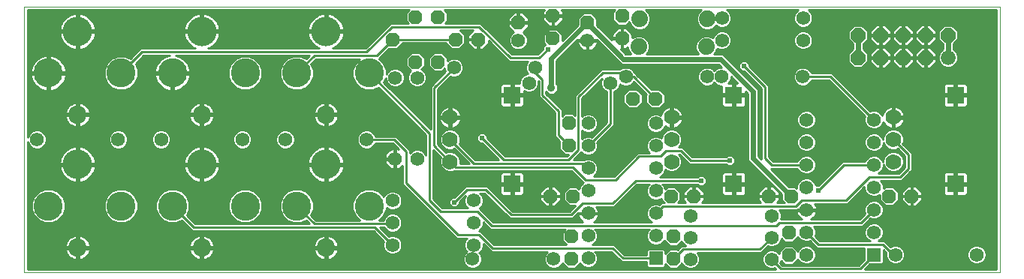
<source format=gtl>
G75*
G70*
%OFA0B0*%
%FSLAX24Y24*%
%IPPOS*%
%LPD*%
%AMOC8*
5,1,8,0,0,1.08239X$1,22.5*
%
%ADD10C,0.0000*%
%ADD11OC8,0.0620*%
%ADD12C,0.0620*%
%ADD13C,0.0740*%
%ADD14C,0.0660*%
%ADD15OC8,0.0660*%
%ADD16C,0.1306*%
%ADD17C,0.1286*%
%ADD18C,0.0812*%
%ADD19R,0.0620X0.0620*%
%ADD20R,0.0772X0.0772*%
%ADD21C,0.0694*%
%ADD22C,0.0240*%
%ADD23C,0.0360*%
%ADD24C,0.0100*%
%ADD25C,0.0240*%
D10*
X000190Y000492D02*
X000190Y012303D01*
X043497Y012303D01*
X043497Y000492D01*
X000190Y000492D01*
D11*
X023548Y003878D03*
X024548Y003878D03*
X028903Y003878D03*
X029903Y003878D03*
X033233Y003878D03*
X034233Y003878D03*
X038588Y003878D03*
X039588Y003878D03*
X034127Y002252D03*
X034127Y001252D03*
X029009Y001094D03*
X029009Y002094D03*
X024481Y002094D03*
X024481Y001094D03*
X024362Y006134D03*
X024362Y007134D03*
X027210Y008208D03*
X028210Y008208D03*
X020336Y010846D03*
X019336Y010846D03*
X022119Y011601D03*
X023655Y011887D03*
X025190Y011601D03*
X026725Y011887D03*
X026725Y010887D03*
X023655Y010887D03*
X018552Y011846D03*
X017552Y011846D03*
X016552Y010846D03*
X017552Y009846D03*
X018552Y009846D03*
D12*
X019267Y009593D03*
X017631Y009145D03*
X016647Y009145D03*
X022119Y010801D03*
X025190Y010801D03*
X022873Y009593D03*
X022599Y008913D03*
X026205Y008913D03*
X026891Y009193D03*
X030497Y009193D03*
X031143Y009193D03*
X034749Y009193D03*
X034769Y010807D03*
X034769Y011791D03*
X031163Y011791D03*
X031163Y010807D03*
X034910Y007271D03*
X034910Y006271D03*
X034910Y005271D03*
X034910Y004271D03*
X034910Y003271D03*
X033371Y003002D03*
X034910Y002271D03*
X033371Y002037D03*
X034910Y001271D03*
X033371Y001073D03*
X029765Y001073D03*
X029765Y002037D03*
X028225Y002114D03*
X029765Y003002D03*
X028225Y003114D03*
X028225Y004114D03*
X028225Y005114D03*
X028225Y006114D03*
X028225Y007114D03*
X025225Y007114D03*
X025225Y006114D03*
X025225Y005114D03*
X025225Y004114D03*
X025225Y003114D03*
X025225Y002114D03*
X025225Y001114D03*
X023686Y001083D03*
X020143Y001712D03*
X020080Y001083D03*
X016536Y001712D03*
X016536Y002697D03*
X016536Y003681D03*
X020143Y003681D03*
X020143Y002697D03*
X017631Y005539D03*
X016647Y005539D03*
X015379Y006397D03*
X011773Y006397D03*
X009867Y006397D03*
X006261Y006397D03*
X004355Y006397D03*
X000749Y006397D03*
X037910Y006271D03*
X037910Y005271D03*
X037910Y004271D03*
X037910Y003271D03*
X037910Y002271D03*
X038864Y001279D03*
X042471Y001279D03*
X037910Y007271D03*
D13*
X030469Y010530D03*
X027469Y010530D03*
X027509Y011752D03*
X030509Y011752D03*
D14*
X041206Y010031D03*
D15*
X040206Y010031D03*
X039206Y010031D03*
X038206Y010031D03*
X037206Y010031D03*
X037206Y011031D03*
X038206Y011031D03*
X039206Y011031D03*
X040206Y011031D03*
X041206Y011031D03*
D16*
X013576Y011201D03*
X008064Y011201D03*
X002552Y011201D03*
X002552Y005295D03*
X008064Y005295D03*
X013576Y005295D03*
D17*
X012277Y003445D03*
X009993Y003445D03*
X006765Y003445D03*
X004481Y003445D03*
X001253Y003445D03*
X015505Y003445D03*
X015505Y009350D03*
X012277Y009350D03*
X009993Y009350D03*
X006765Y009350D03*
X004481Y009350D03*
X001253Y009350D03*
D18*
X002552Y007500D03*
X008064Y007500D03*
X013576Y007500D03*
X013576Y001594D03*
X008064Y001594D03*
X002552Y001594D03*
D19*
X028225Y001114D03*
X037910Y001271D03*
D20*
X041529Y004429D03*
X031686Y004429D03*
X021844Y004429D03*
X021844Y008366D03*
X031686Y008366D03*
X041529Y008366D03*
D21*
X038773Y007382D03*
X038773Y006397D03*
X038773Y005413D03*
X028930Y005413D03*
X028930Y006397D03*
X028930Y007382D03*
X019088Y007382D03*
X019088Y006397D03*
X019088Y005413D03*
D22*
X023590Y008692D02*
X023590Y010001D01*
X025190Y011601D01*
X025230Y011532D01*
X026790Y009972D01*
X031110Y009972D01*
X032550Y008532D01*
X032550Y005561D01*
X034233Y003878D01*
X037198Y010031D02*
X037198Y010807D01*
X037206Y010031D02*
X037198Y010031D01*
X041206Y010031D02*
X041214Y010031D01*
X041214Y010846D01*
D23*
X023590Y008692D03*
D24*
X023853Y008569D02*
X024841Y008569D01*
X024939Y008667D02*
X023880Y008667D01*
X023880Y008634D02*
X023880Y008750D01*
X023836Y008856D01*
X023820Y008872D01*
X023820Y009905D01*
X024745Y010831D01*
X025160Y010831D01*
X025160Y010771D01*
X024730Y010771D01*
X024730Y010764D01*
X024741Y010693D01*
X024764Y010624D01*
X024797Y010560D01*
X024839Y010501D01*
X024890Y010450D01*
X024949Y010407D01*
X025013Y010374D01*
X025082Y010352D01*
X025154Y010341D01*
X025160Y010341D01*
X025160Y010771D01*
X025220Y010771D01*
X025220Y010831D01*
X025606Y010831D01*
X026695Y009742D01*
X031015Y009742D01*
X031144Y009613D01*
X031059Y009613D01*
X030905Y009549D01*
X030820Y009464D01*
X030735Y009549D01*
X030581Y009613D01*
X030414Y009613D01*
X030259Y009549D01*
X030141Y009431D01*
X030077Y009276D01*
X030077Y009109D01*
X030141Y008955D01*
X030259Y008837D01*
X030414Y008773D01*
X030581Y008773D01*
X030735Y008837D01*
X030820Y008922D01*
X030905Y008837D01*
X031059Y008773D01*
X031150Y008773D01*
X031150Y008772D01*
X031150Y008416D01*
X031636Y008416D01*
X031636Y008316D01*
X031150Y008316D01*
X031150Y007960D01*
X031160Y007922D01*
X031180Y007888D01*
X031208Y007860D01*
X031242Y007840D01*
X031280Y007830D01*
X031636Y007830D01*
X031636Y008316D01*
X031736Y008316D01*
X031736Y007830D01*
X032092Y007830D01*
X032130Y007840D01*
X032164Y007860D01*
X032192Y007888D01*
X032212Y007922D01*
X032222Y007960D01*
X032222Y008316D01*
X031736Y008316D01*
X031736Y008416D01*
X031636Y008416D01*
X031636Y008902D01*
X031446Y008902D01*
X031499Y008955D01*
X031563Y009109D01*
X031563Y009194D01*
X031854Y008902D01*
X031736Y008902D01*
X031736Y008416D01*
X032222Y008416D01*
X032222Y008534D01*
X032320Y008437D01*
X032320Y005466D01*
X033813Y003973D01*
X033813Y003704D01*
X033925Y003592D01*
X033598Y003592D01*
X033693Y003687D01*
X033693Y003848D01*
X033263Y003848D01*
X033263Y003908D01*
X033203Y003908D01*
X033203Y003848D01*
X032773Y003848D01*
X032773Y003687D01*
X032869Y003592D01*
X030267Y003592D01*
X030363Y003687D01*
X030363Y003848D01*
X029933Y003848D01*
X029933Y003908D01*
X030363Y003908D01*
X030363Y004068D01*
X030093Y004338D01*
X029933Y004338D01*
X029933Y003908D01*
X029873Y003908D01*
X029873Y004338D01*
X029712Y004338D01*
X029443Y004068D01*
X029443Y003908D01*
X029873Y003908D01*
X029873Y003848D01*
X029443Y003848D01*
X029443Y003687D01*
X029538Y003592D01*
X029211Y003592D01*
X029323Y003704D01*
X029323Y004052D01*
X029077Y004298D01*
X028729Y004298D01*
X028640Y004210D01*
X028581Y004352D01*
X028521Y004412D01*
X030065Y004412D01*
X030135Y004342D01*
X030325Y004342D01*
X030460Y004477D01*
X030460Y004667D01*
X030325Y004802D01*
X030135Y004802D01*
X030065Y004732D01*
X028401Y004732D01*
X028463Y004758D01*
X028581Y004876D01*
X028645Y005030D01*
X028645Y005052D01*
X028671Y005026D01*
X028839Y004956D01*
X029021Y004956D01*
X029189Y005026D01*
X029317Y005154D01*
X029387Y005322D01*
X029387Y005504D01*
X029317Y005672D01*
X029257Y005732D01*
X029284Y005732D01*
X029714Y005302D01*
X031355Y005302D01*
X031425Y005232D01*
X031615Y005232D01*
X031750Y005367D01*
X031750Y005557D01*
X031615Y005692D01*
X031425Y005692D01*
X031355Y005622D01*
X029846Y005622D01*
X029510Y005958D01*
X029416Y006052D01*
X029231Y006052D01*
X029317Y006139D01*
X029387Y006307D01*
X029387Y006488D01*
X029317Y006656D01*
X029189Y006785D01*
X029021Y006854D01*
X028839Y006854D01*
X028671Y006785D01*
X028543Y006656D01*
X028473Y006488D01*
X028473Y006460D01*
X028463Y006470D01*
X028309Y006534D01*
X028142Y006534D01*
X027988Y006470D01*
X027869Y006352D01*
X027805Y006198D01*
X027805Y006030D01*
X027869Y005876D01*
X027934Y005812D01*
X027404Y005812D01*
X026364Y004772D01*
X025477Y004772D01*
X025581Y004876D01*
X025645Y005030D01*
X025645Y005198D01*
X025581Y005352D01*
X025463Y005470D01*
X025309Y005534D01*
X025142Y005534D01*
X025040Y005492D01*
X024576Y005492D01*
X024856Y005772D01*
X024856Y005772D01*
X024915Y005831D01*
X024988Y005758D01*
X025142Y005694D01*
X025309Y005694D01*
X025463Y005758D01*
X025581Y005876D01*
X025645Y006030D01*
X025645Y006198D01*
X025613Y006275D01*
X026271Y006934D01*
X026365Y007027D01*
X026365Y008524D01*
X026443Y008557D01*
X026561Y008675D01*
X026625Y008829D01*
X026625Y008864D01*
X026653Y008837D01*
X026807Y008773D01*
X026974Y008773D01*
X027129Y008837D01*
X027242Y008950D01*
X027800Y008392D01*
X027790Y008382D01*
X027790Y008035D01*
X028036Y007788D01*
X028384Y007788D01*
X028630Y008035D01*
X028630Y008382D01*
X028384Y008628D01*
X028036Y008628D01*
X028026Y008619D01*
X027385Y009259D01*
X027292Y009353D01*
X027279Y009353D01*
X027247Y009431D01*
X027129Y009549D01*
X026974Y009613D01*
X026807Y009613D01*
X026653Y009549D01*
X026636Y009532D01*
X025804Y009532D01*
X024724Y008452D01*
X024630Y008358D01*
X024630Y007460D01*
X024536Y007554D01*
X024188Y007554D01*
X024070Y007436D01*
X024070Y007718D01*
X023350Y008438D01*
X023350Y008522D01*
X023426Y008446D01*
X023532Y008402D01*
X023648Y008402D01*
X023754Y008446D01*
X023836Y008528D01*
X023880Y008634D01*
X023873Y008766D02*
X025038Y008766D01*
X025136Y008864D02*
X023828Y008864D01*
X023820Y008963D02*
X025235Y008963D01*
X025333Y009061D02*
X023820Y009061D01*
X023820Y009160D02*
X025432Y009160D01*
X025530Y009258D02*
X023820Y009258D01*
X023820Y009357D02*
X025629Y009357D01*
X025727Y009455D02*
X023820Y009455D01*
X023820Y009554D02*
X026665Y009554D01*
X026792Y009372D02*
X025870Y009372D01*
X024790Y008292D01*
X024790Y005932D01*
X024350Y005492D01*
X021470Y005492D01*
X020510Y006452D01*
X020740Y006448D02*
X020740Y006547D01*
X020605Y006682D01*
X020415Y006682D01*
X020280Y006547D01*
X020280Y006357D01*
X020415Y006222D01*
X020514Y006222D01*
X021244Y005492D01*
X020216Y005492D01*
X019503Y006206D01*
X019544Y006307D01*
X019544Y006488D01*
X019475Y006656D01*
X019346Y006785D01*
X019179Y006854D01*
X018997Y006854D01*
X018829Y006785D01*
X018700Y006656D01*
X018631Y006488D01*
X018631Y006307D01*
X018700Y006139D01*
X018829Y006010D01*
X018997Y005941D01*
X019179Y005941D01*
X019275Y005981D01*
X019924Y005332D01*
X019544Y005332D01*
X019544Y005504D01*
X019475Y005672D01*
X019346Y005801D01*
X019179Y005870D01*
X018997Y005870D01*
X018898Y005829D01*
X018547Y006180D01*
X018550Y008626D01*
X019122Y009198D01*
X019183Y009173D01*
X019350Y009173D01*
X019505Y009237D01*
X019623Y009355D01*
X019687Y009509D01*
X019687Y009676D01*
X019623Y009831D01*
X019505Y009949D01*
X019350Y010013D01*
X019183Y010013D01*
X019029Y009949D01*
X018972Y009892D01*
X018972Y010020D01*
X018726Y010266D01*
X018378Y010266D01*
X018132Y010020D01*
X018132Y009672D01*
X018378Y009426D01*
X018726Y009426D01*
X018847Y009547D01*
X018847Y009509D01*
X018886Y009414D01*
X018277Y008805D01*
X018230Y008758D01*
X018230Y008692D01*
X018228Y006854D01*
X016147Y008934D01*
X016227Y009125D01*
X016227Y009062D01*
X016291Y008908D01*
X016409Y008789D01*
X016563Y008725D01*
X016730Y008725D01*
X016885Y008789D01*
X017003Y008908D01*
X017067Y009062D01*
X017067Y009229D01*
X017003Y009383D01*
X016885Y009502D01*
X016730Y009565D01*
X016563Y009565D01*
X016409Y009502D01*
X016291Y009383D01*
X016258Y009304D01*
X016258Y009500D01*
X016143Y009777D01*
X015931Y009989D01*
X015924Y009992D01*
X016368Y010436D01*
X016378Y010426D01*
X016726Y010426D01*
X016972Y010672D01*
X016972Y010686D01*
X018916Y010686D01*
X018916Y010672D01*
X019162Y010426D01*
X019510Y010426D01*
X019756Y010672D01*
X019756Y011020D01*
X019524Y011252D01*
X020091Y011252D01*
X019876Y011037D01*
X019876Y010876D01*
X020306Y010876D01*
X020306Y010816D01*
X020366Y010816D01*
X020366Y010386D01*
X020526Y010386D01*
X020796Y010656D01*
X020796Y010780D01*
X021714Y009862D01*
X022548Y009862D01*
X022517Y009831D01*
X022453Y009676D01*
X022453Y009509D01*
X022517Y009355D01*
X022539Y009333D01*
X022515Y009333D01*
X022361Y009269D01*
X022243Y009151D01*
X022179Y008996D01*
X022179Y008902D01*
X021894Y008902D01*
X021894Y008416D01*
X022380Y008416D01*
X022380Y008549D01*
X022515Y008493D01*
X022682Y008493D01*
X022837Y008557D01*
X022955Y008675D01*
X023019Y008829D01*
X023019Y008996D01*
X023018Y008997D01*
X023030Y008986D01*
X023030Y008306D01*
X023750Y007586D01*
X023750Y006519D01*
X023844Y006426D01*
X023952Y006318D01*
X023942Y006308D01*
X023942Y005960D01*
X024188Y005714D01*
X024345Y005714D01*
X024284Y005652D01*
X021536Y005652D01*
X020740Y006448D01*
X020740Y006500D02*
X023769Y006500D01*
X023750Y006599D02*
X020688Y006599D01*
X020786Y006402D02*
X023867Y006402D01*
X023942Y006303D02*
X020885Y006303D01*
X020983Y006205D02*
X023942Y006205D01*
X023942Y006106D02*
X021082Y006106D01*
X021180Y006008D02*
X023942Y006008D01*
X023992Y005909D02*
X021279Y005909D01*
X021377Y005811D02*
X024091Y005811D01*
X024344Y005712D02*
X021476Y005712D01*
X021220Y005515D02*
X020193Y005515D01*
X020094Y005614D02*
X021122Y005614D01*
X021023Y005712D02*
X019996Y005712D01*
X019897Y005811D02*
X020925Y005811D01*
X020826Y005909D02*
X019799Y005909D01*
X019700Y006008D02*
X020728Y006008D01*
X020629Y006106D02*
X019602Y006106D01*
X019503Y006205D02*
X020531Y006205D01*
X020333Y006303D02*
X019543Y006303D01*
X019544Y006402D02*
X020280Y006402D01*
X020280Y006500D02*
X019539Y006500D01*
X019499Y006599D02*
X020332Y006599D01*
X019434Y006697D02*
X023750Y006697D01*
X023750Y006796D02*
X019319Y006796D01*
X019278Y006921D02*
X019348Y006957D01*
X019411Y007003D01*
X019467Y007058D01*
X019513Y007121D01*
X019548Y007191D01*
X019572Y007265D01*
X019583Y007333D01*
X019136Y007333D01*
X019136Y006886D01*
X019204Y006897D01*
X019278Y006921D01*
X019187Y006894D02*
X023750Y006894D01*
X023750Y006993D02*
X019398Y006993D01*
X019491Y007091D02*
X023750Y007091D01*
X023750Y007190D02*
X019548Y007190D01*
X019576Y007288D02*
X023750Y007288D01*
X023750Y007387D02*
X019136Y007387D01*
X019136Y007430D02*
X019583Y007430D01*
X019572Y007498D01*
X019548Y007572D01*
X019513Y007642D01*
X019467Y007705D01*
X019411Y007761D01*
X019348Y007807D01*
X019278Y007842D01*
X019204Y007866D01*
X019136Y007877D01*
X019136Y007430D01*
X019136Y007333D01*
X019039Y007333D01*
X019039Y006886D01*
X018971Y006897D01*
X018897Y006921D01*
X018827Y006957D01*
X018764Y007003D01*
X018709Y007058D01*
X018663Y007121D01*
X018627Y007191D01*
X018603Y007265D01*
X018592Y007333D01*
X019039Y007333D01*
X019039Y007430D01*
X018592Y007430D01*
X018603Y007498D01*
X018627Y007572D01*
X018663Y007642D01*
X018709Y007705D01*
X018764Y007761D01*
X018827Y007807D01*
X018897Y007842D01*
X018971Y007866D01*
X019039Y007877D01*
X019039Y007430D01*
X019136Y007430D01*
X019136Y007485D02*
X019039Y007485D01*
X019039Y007387D02*
X018548Y007387D01*
X018549Y007485D02*
X018601Y007485D01*
X018633Y007584D02*
X018549Y007584D01*
X018549Y007682D02*
X018692Y007682D01*
X018792Y007781D02*
X018549Y007781D01*
X018549Y007879D02*
X021345Y007879D01*
X021337Y007888D02*
X021365Y007860D01*
X021399Y007840D01*
X021438Y007830D01*
X021794Y007830D01*
X021794Y008316D01*
X021894Y008316D01*
X021894Y008416D01*
X021794Y008416D01*
X021794Y008902D01*
X021438Y008902D01*
X021399Y008892D01*
X021365Y008872D01*
X021337Y008844D01*
X021318Y008810D01*
X021307Y008772D01*
X021307Y008416D01*
X021794Y008416D01*
X021794Y008316D01*
X021307Y008316D01*
X021307Y007960D01*
X021318Y007922D01*
X021337Y007888D01*
X021307Y007978D02*
X018549Y007978D01*
X018549Y008076D02*
X021307Y008076D01*
X021307Y008175D02*
X018549Y008175D01*
X018549Y008273D02*
X021307Y008273D01*
X021794Y008273D02*
X021894Y008273D01*
X021894Y008316D02*
X021894Y007830D01*
X022250Y007830D01*
X022288Y007840D01*
X022322Y007860D01*
X022350Y007888D01*
X022370Y007922D01*
X022380Y007960D01*
X022380Y008316D01*
X021894Y008316D01*
X021894Y008372D02*
X023030Y008372D01*
X023030Y008470D02*
X022380Y008470D01*
X022849Y008569D02*
X023030Y008569D01*
X023030Y008667D02*
X022948Y008667D01*
X022993Y008766D02*
X023030Y008766D01*
X023019Y008864D02*
X023030Y008864D01*
X023019Y008963D02*
X023030Y008963D01*
X023190Y009052D02*
X023190Y008372D01*
X023910Y007652D01*
X023910Y006586D01*
X024362Y006134D01*
X024895Y005811D02*
X024934Y005811D01*
X024797Y005712D02*
X025097Y005712D01*
X025097Y005515D02*
X024600Y005515D01*
X024698Y005614D02*
X027206Y005614D01*
X027304Y005712D02*
X025354Y005712D01*
X025516Y005811D02*
X027403Y005811D01*
X027470Y005652D02*
X026430Y004612D01*
X025110Y004612D01*
X024550Y005172D01*
X019329Y005172D01*
X019088Y005413D01*
X018387Y006114D01*
X018390Y008692D01*
X019267Y009569D01*
X019267Y009593D01*
X019656Y009751D02*
X022484Y009751D01*
X022453Y009652D02*
X019687Y009652D01*
X019687Y009554D02*
X022453Y009554D01*
X022475Y009455D02*
X019665Y009455D01*
X019624Y009357D02*
X022516Y009357D01*
X022351Y009258D02*
X019527Y009258D01*
X019084Y009160D02*
X022252Y009160D01*
X022206Y009061D02*
X018986Y009061D01*
X018887Y008963D02*
X022179Y008963D01*
X021894Y008864D02*
X021794Y008864D01*
X021794Y008766D02*
X021894Y008766D01*
X021894Y008667D02*
X021794Y008667D01*
X021794Y008569D02*
X021894Y008569D01*
X021894Y008470D02*
X021794Y008470D01*
X021794Y008372D02*
X018550Y008372D01*
X018550Y008470D02*
X021307Y008470D01*
X021307Y008569D02*
X018550Y008569D01*
X018592Y008667D02*
X021307Y008667D01*
X021307Y008766D02*
X018690Y008766D01*
X018789Y008864D02*
X021357Y008864D01*
X022380Y008273D02*
X023062Y008273D01*
X023161Y008175D02*
X022380Y008175D01*
X022380Y008076D02*
X023259Y008076D01*
X023358Y007978D02*
X022380Y007978D01*
X022342Y007879D02*
X023456Y007879D01*
X023555Y007781D02*
X019383Y007781D01*
X019483Y007682D02*
X023653Y007682D01*
X023750Y007584D02*
X019542Y007584D01*
X019574Y007485D02*
X023750Y007485D01*
X024070Y007485D02*
X024120Y007485D01*
X024070Y007584D02*
X024630Y007584D01*
X024630Y007682D02*
X024070Y007682D01*
X024007Y007781D02*
X024630Y007781D01*
X024630Y007879D02*
X023909Y007879D01*
X023810Y007978D02*
X024630Y007978D01*
X024630Y008076D02*
X023712Y008076D01*
X023613Y008175D02*
X024630Y008175D01*
X024630Y008273D02*
X023515Y008273D01*
X023416Y008372D02*
X024644Y008372D01*
X024742Y008470D02*
X023779Y008470D01*
X023401Y008470D02*
X023350Y008470D01*
X021894Y008175D02*
X021794Y008175D01*
X021794Y008076D02*
X021894Y008076D01*
X021894Y007978D02*
X021794Y007978D01*
X021794Y007879D02*
X021894Y007879D01*
X024604Y007485D02*
X024630Y007485D01*
X024950Y007485D02*
X025025Y007485D01*
X024988Y007470D02*
X025142Y007534D01*
X025309Y007534D01*
X025463Y007470D01*
X025581Y007352D01*
X025645Y007198D01*
X025645Y007030D01*
X025581Y006876D01*
X025463Y006758D01*
X025309Y006694D01*
X025142Y006694D01*
X024988Y006758D01*
X024950Y006795D01*
X024950Y006433D01*
X024988Y006470D01*
X025142Y006534D01*
X025309Y006534D01*
X025387Y006502D01*
X026045Y007160D01*
X026045Y008524D01*
X025967Y008557D01*
X025849Y008675D01*
X025785Y008829D01*
X025785Y008996D01*
X025831Y009106D01*
X024950Y008226D01*
X024950Y007433D01*
X024988Y007470D01*
X024950Y007584D02*
X026045Y007584D01*
X026045Y007682D02*
X024950Y007682D01*
X024950Y007781D02*
X026045Y007781D01*
X026045Y007879D02*
X024950Y007879D01*
X024950Y007978D02*
X026045Y007978D01*
X026045Y008076D02*
X024950Y008076D01*
X024950Y008175D02*
X026045Y008175D01*
X026045Y008273D02*
X024998Y008273D01*
X025096Y008372D02*
X026045Y008372D01*
X026045Y008470D02*
X025195Y008470D01*
X025293Y008569D02*
X025955Y008569D01*
X025856Y008667D02*
X025392Y008667D01*
X025490Y008766D02*
X025811Y008766D01*
X025785Y008864D02*
X025589Y008864D01*
X025687Y008963D02*
X025785Y008963D01*
X025786Y009061D02*
X025812Y009061D01*
X026205Y008913D02*
X026205Y007094D01*
X025225Y006114D01*
X025645Y006106D02*
X027805Y006106D01*
X027815Y006008D02*
X025636Y006008D01*
X025595Y005909D02*
X027856Y005909D01*
X027470Y005652D02*
X028430Y005652D01*
X028670Y005892D01*
X029350Y005892D01*
X029780Y005462D01*
X031520Y005462D01*
X031693Y005614D02*
X032320Y005614D01*
X032320Y005712D02*
X029756Y005712D01*
X029657Y005811D02*
X032320Y005811D01*
X032320Y005909D02*
X029559Y005909D01*
X029460Y006008D02*
X032320Y006008D01*
X032320Y006106D02*
X029285Y006106D01*
X029345Y006205D02*
X032320Y006205D01*
X032320Y006303D02*
X029386Y006303D01*
X029387Y006402D02*
X032320Y006402D01*
X032320Y006500D02*
X029382Y006500D01*
X029341Y006599D02*
X032320Y006599D01*
X032320Y006697D02*
X029276Y006697D01*
X029162Y006796D02*
X032320Y006796D01*
X032320Y006894D02*
X029030Y006894D01*
X029047Y006897D02*
X029121Y006921D01*
X029191Y006957D01*
X029254Y007003D01*
X029309Y007058D01*
X029355Y007121D01*
X029391Y007191D01*
X029415Y007265D01*
X029426Y007333D01*
X028979Y007333D01*
X028979Y007430D01*
X029426Y007430D01*
X029415Y007498D01*
X029391Y007572D01*
X029355Y007642D01*
X029309Y007705D01*
X029254Y007761D01*
X029191Y007807D01*
X029121Y007842D01*
X029047Y007866D01*
X028979Y007877D01*
X028979Y007430D01*
X028882Y007430D01*
X028882Y007877D01*
X028814Y007866D01*
X028739Y007842D01*
X028670Y007807D01*
X028606Y007761D01*
X028551Y007705D01*
X028505Y007642D01*
X028470Y007572D01*
X028446Y007498D01*
X028442Y007479D01*
X028309Y007534D01*
X028142Y007534D01*
X027988Y007470D01*
X027869Y007352D01*
X027805Y007198D01*
X027805Y007030D01*
X027869Y006876D01*
X027988Y006758D01*
X028142Y006694D01*
X028309Y006694D01*
X028463Y006758D01*
X028581Y006876D01*
X028628Y006987D01*
X028670Y006957D01*
X028739Y006921D01*
X028814Y006897D01*
X028882Y006886D01*
X028882Y007333D01*
X028979Y007333D01*
X028979Y006886D01*
X029047Y006897D01*
X028979Y006894D02*
X028882Y006894D01*
X028830Y006894D02*
X028589Y006894D01*
X028501Y006796D02*
X028698Y006796D01*
X028584Y006697D02*
X028317Y006697D01*
X028134Y006697D02*
X026035Y006697D01*
X025937Y006599D02*
X028519Y006599D01*
X028478Y006500D02*
X028390Y006500D01*
X028061Y006500D02*
X025838Y006500D01*
X025740Y006402D02*
X027919Y006402D01*
X027849Y006303D02*
X025641Y006303D01*
X025642Y006205D02*
X027809Y006205D01*
X027949Y006796D02*
X026134Y006796D01*
X026232Y006894D02*
X027862Y006894D01*
X027821Y006993D02*
X026331Y006993D01*
X026365Y007091D02*
X027805Y007091D01*
X027805Y007190D02*
X026365Y007190D01*
X026365Y007288D02*
X027843Y007288D01*
X027904Y007387D02*
X026365Y007387D01*
X026365Y007485D02*
X028025Y007485D01*
X028426Y007485D02*
X028444Y007485D01*
X028476Y007584D02*
X026365Y007584D01*
X026365Y007682D02*
X028535Y007682D01*
X028634Y007781D02*
X026365Y007781D01*
X026365Y007879D02*
X026945Y007879D01*
X027036Y007788D02*
X027384Y007788D01*
X027630Y008035D01*
X027630Y008382D01*
X027384Y008628D01*
X027036Y008628D01*
X026790Y008382D01*
X026790Y008035D01*
X027036Y007788D01*
X026846Y007978D02*
X026365Y007978D01*
X026365Y008076D02*
X026790Y008076D01*
X026790Y008175D02*
X026365Y008175D01*
X026365Y008273D02*
X026790Y008273D01*
X026790Y008372D02*
X026365Y008372D01*
X026365Y008470D02*
X026878Y008470D01*
X026976Y008569D02*
X026455Y008569D01*
X026554Y008667D02*
X027524Y008667D01*
X027443Y008569D02*
X027623Y008569D01*
X027542Y008470D02*
X027721Y008470D01*
X027790Y008372D02*
X027630Y008372D01*
X027630Y008273D02*
X027790Y008273D01*
X027790Y008175D02*
X027630Y008175D01*
X027630Y008076D02*
X027790Y008076D01*
X027846Y007978D02*
X027573Y007978D01*
X027475Y007879D02*
X027945Y007879D01*
X028475Y007879D02*
X031188Y007879D01*
X031150Y007978D02*
X028573Y007978D01*
X028630Y008076D02*
X031150Y008076D01*
X031150Y008175D02*
X028630Y008175D01*
X028630Y008273D02*
X031150Y008273D01*
X031636Y008273D02*
X031736Y008273D01*
X031736Y008175D02*
X031636Y008175D01*
X031636Y008076D02*
X031736Y008076D01*
X031736Y007978D02*
X031636Y007978D01*
X031636Y007879D02*
X031736Y007879D01*
X032184Y007879D02*
X032320Y007879D01*
X032320Y007781D02*
X029226Y007781D01*
X029326Y007682D02*
X032320Y007682D01*
X032320Y007584D02*
X029385Y007584D01*
X029417Y007485D02*
X032320Y007485D01*
X032320Y007387D02*
X028979Y007387D01*
X028979Y007485D02*
X028882Y007485D01*
X028882Y007584D02*
X028979Y007584D01*
X028979Y007682D02*
X028882Y007682D01*
X028882Y007781D02*
X028979Y007781D01*
X028210Y008208D02*
X027225Y009193D01*
X026891Y009193D01*
X026792Y009372D01*
X027116Y009554D02*
X030272Y009554D01*
X030166Y009455D02*
X027222Y009455D01*
X027277Y009357D02*
X030111Y009357D01*
X030077Y009258D02*
X027386Y009258D01*
X027484Y009160D02*
X030077Y009160D01*
X030097Y009061D02*
X027583Y009061D01*
X027681Y008963D02*
X030138Y008963D01*
X030231Y008864D02*
X027780Y008864D01*
X027878Y008766D02*
X031150Y008766D01*
X031150Y008667D02*
X027977Y008667D01*
X028443Y008569D02*
X031150Y008569D01*
X031150Y008470D02*
X028542Y008470D01*
X028630Y008372D02*
X031636Y008372D01*
X031636Y008470D02*
X031736Y008470D01*
X031736Y008372D02*
X032320Y008372D01*
X032320Y008273D02*
X032222Y008273D01*
X032222Y008175D02*
X032320Y008175D01*
X032320Y008076D02*
X032222Y008076D01*
X032222Y007978D02*
X032320Y007978D01*
X032780Y007978D02*
X032910Y007978D01*
X032910Y008076D02*
X032780Y008076D01*
X032780Y008175D02*
X032910Y008175D01*
X032910Y008273D02*
X032780Y008273D01*
X032780Y008372D02*
X032910Y008372D01*
X032910Y008470D02*
X032780Y008470D01*
X032780Y008569D02*
X032910Y008569D01*
X032910Y008666D02*
X032910Y005526D01*
X032780Y005656D01*
X032780Y008627D01*
X031340Y010067D01*
X031340Y010067D01*
X031205Y010202D01*
X030820Y010202D01*
X030876Y010258D01*
X030949Y010435D01*
X030949Y010441D01*
X031079Y010387D01*
X031246Y010387D01*
X031401Y010451D01*
X031519Y010569D01*
X031583Y010723D01*
X031583Y010890D01*
X031519Y011045D01*
X031401Y011163D01*
X031246Y011227D01*
X031079Y011227D01*
X030925Y011163D01*
X030807Y011045D01*
X030756Y010922D01*
X030741Y010937D01*
X030564Y011010D01*
X030373Y011010D01*
X030197Y010937D01*
X030062Y010802D01*
X029989Y010626D01*
X029989Y010435D01*
X030062Y010258D01*
X030118Y010202D01*
X027820Y010202D01*
X027876Y010258D01*
X027949Y010435D01*
X027949Y010626D01*
X027876Y010802D01*
X027741Y010937D01*
X027564Y011010D01*
X027373Y011010D01*
X027197Y010937D01*
X027185Y010925D01*
X027185Y011078D01*
X026916Y011347D01*
X026755Y011347D01*
X026755Y010917D01*
X026695Y010917D01*
X026695Y010857D01*
X026265Y010857D01*
X026265Y010822D01*
X025610Y011477D01*
X025610Y011775D01*
X025364Y012021D01*
X025016Y012021D01*
X024770Y011775D01*
X024770Y011506D01*
X024075Y010810D01*
X024075Y011061D01*
X023829Y011307D01*
X023481Y011307D01*
X023235Y011061D01*
X023235Y010713D01*
X023320Y010628D01*
X023200Y010507D01*
X023200Y010408D01*
X022974Y010182D01*
X021846Y010182D01*
X020550Y011478D01*
X020456Y011572D01*
X018872Y011572D01*
X018972Y011672D01*
X018972Y012020D01*
X018839Y012153D01*
X023270Y012153D01*
X023195Y012078D01*
X023195Y011917D01*
X023625Y011917D01*
X023625Y011857D01*
X023685Y011857D01*
X023685Y011917D01*
X024115Y011917D01*
X024115Y012078D01*
X024040Y012153D01*
X026397Y012153D01*
X026305Y012061D01*
X026305Y011713D01*
X026551Y011467D01*
X026899Y011467D01*
X027046Y011614D01*
X027102Y011480D01*
X027237Y011345D01*
X027413Y011272D01*
X027604Y011272D01*
X027781Y011345D01*
X027916Y011480D01*
X027989Y011656D01*
X027989Y011847D01*
X027916Y012024D01*
X027787Y012153D01*
X030231Y012153D01*
X030102Y012024D01*
X030029Y011847D01*
X030029Y011656D01*
X030102Y011480D01*
X030237Y011345D01*
X030413Y011272D01*
X030604Y011272D01*
X030781Y011345D01*
X030898Y011462D01*
X030925Y011435D01*
X031079Y011371D01*
X031246Y011371D01*
X031401Y011435D01*
X031519Y011553D01*
X031583Y011708D01*
X031583Y011875D01*
X031519Y012029D01*
X031401Y012147D01*
X031387Y012153D01*
X034545Y012153D01*
X034531Y012147D01*
X034413Y012029D01*
X034349Y011875D01*
X034349Y011708D01*
X034413Y011553D01*
X034531Y011435D01*
X034686Y011371D01*
X034853Y011371D01*
X035007Y011435D01*
X035125Y011553D01*
X035189Y011708D01*
X035189Y011875D01*
X035125Y012029D01*
X035007Y012147D01*
X034993Y012153D01*
X043347Y012153D01*
X043347Y000642D01*
X037507Y000642D01*
X037717Y000851D01*
X038266Y000851D01*
X038330Y000916D01*
X038330Y001485D01*
X038447Y001369D01*
X038444Y001363D01*
X038444Y001196D01*
X038508Y001041D01*
X038626Y000923D01*
X038781Y000859D01*
X038948Y000859D01*
X039102Y000923D01*
X039220Y001041D01*
X039284Y001196D01*
X039284Y001363D01*
X039220Y001517D01*
X039102Y001635D01*
X038948Y001699D01*
X038781Y001699D01*
X038631Y001637D01*
X038470Y001798D01*
X038376Y001892D01*
X038092Y001892D01*
X038148Y001915D01*
X038267Y002034D01*
X038330Y002188D01*
X038330Y002355D01*
X038267Y002509D01*
X038148Y002628D01*
X037994Y002691D01*
X037827Y002691D01*
X037673Y002628D01*
X037554Y002509D01*
X037490Y002355D01*
X037490Y002188D01*
X037554Y002034D01*
X037673Y001915D01*
X037729Y001892D01*
X035516Y001892D01*
X035298Y002110D01*
X035330Y002188D01*
X035330Y002355D01*
X035267Y002509D01*
X035244Y002532D01*
X037397Y002532D01*
X037749Y002884D01*
X037827Y002851D01*
X037994Y002851D01*
X038148Y002915D01*
X038267Y003034D01*
X038330Y003188D01*
X038330Y003355D01*
X038267Y003509D01*
X038148Y003628D01*
X037994Y003691D01*
X037827Y003691D01*
X037673Y003628D01*
X037554Y003509D01*
X037490Y003355D01*
X037490Y003188D01*
X037523Y003110D01*
X037265Y002852D01*
X035100Y002852D01*
X035152Y002878D01*
X035210Y002921D01*
X035261Y002972D01*
X035304Y003030D01*
X035337Y003095D01*
X035359Y003164D01*
X035370Y003235D01*
X035370Y003241D01*
X034940Y003241D01*
X034940Y003301D01*
X035370Y003301D01*
X035370Y003308D01*
X035359Y003379D01*
X035337Y003448D01*
X035304Y003513D01*
X035290Y003532D01*
X036736Y003532D01*
X037490Y004286D01*
X037490Y004188D01*
X037554Y004034D01*
X037673Y003915D01*
X037827Y003851D01*
X037994Y003851D01*
X038148Y003915D01*
X038168Y003935D01*
X038168Y003704D01*
X038414Y003458D01*
X038762Y003458D01*
X039008Y003704D01*
X039008Y004052D01*
X038762Y004298D01*
X038414Y004298D01*
X038330Y004215D01*
X038330Y004355D01*
X038267Y004509D01*
X038204Y004572D01*
X039136Y004572D01*
X039516Y004952D01*
X039516Y004952D01*
X039610Y005046D01*
X039610Y005714D01*
X039610Y005780D01*
X039610Y005781D01*
X039563Y005828D01*
X039188Y006206D01*
X039230Y006307D01*
X039230Y006488D01*
X039160Y006656D01*
X039031Y006785D01*
X038864Y006854D01*
X038682Y006854D01*
X038514Y006785D01*
X038385Y006656D01*
X038316Y006488D01*
X038316Y006390D01*
X038267Y006509D01*
X038148Y006628D01*
X037994Y006691D01*
X037827Y006691D01*
X037673Y006628D01*
X037554Y006509D01*
X037490Y006355D01*
X037490Y006188D01*
X037554Y006034D01*
X037673Y005915D01*
X037827Y005851D01*
X037994Y005851D01*
X038148Y005915D01*
X038267Y006034D01*
X038330Y006188D01*
X038330Y006271D01*
X038385Y006139D01*
X038514Y006010D01*
X038682Y005941D01*
X038864Y005941D01*
X038961Y005981D01*
X039290Y005649D01*
X039290Y005178D01*
X039004Y004892D01*
X038092Y004892D01*
X038148Y004915D01*
X038267Y005034D01*
X038330Y005188D01*
X038330Y005287D01*
X038385Y005154D01*
X038514Y005026D01*
X038682Y004956D01*
X038864Y004956D01*
X039031Y005026D01*
X039160Y005154D01*
X039230Y005322D01*
X039230Y005504D01*
X039160Y005672D01*
X039031Y005801D01*
X038864Y005870D01*
X038682Y005870D01*
X038514Y005801D01*
X038385Y005672D01*
X038316Y005504D01*
X038316Y005390D01*
X038267Y005509D01*
X038148Y005628D01*
X037994Y005691D01*
X037827Y005691D01*
X037673Y005628D01*
X037554Y005509D01*
X037522Y005431D01*
X036503Y005431D01*
X035434Y004362D01*
X035335Y004362D01*
X035330Y004357D01*
X035267Y004509D01*
X035148Y004628D01*
X034994Y004691D01*
X034827Y004691D01*
X034673Y004628D01*
X034554Y004509D01*
X034490Y004355D01*
X034490Y004215D01*
X034407Y004298D01*
X034139Y004298D01*
X033325Y005111D01*
X034522Y005111D01*
X034554Y005034D01*
X034673Y004915D01*
X034827Y004851D01*
X034994Y004851D01*
X035148Y004915D01*
X035267Y005034D01*
X035330Y005188D01*
X035330Y005355D01*
X035267Y005509D01*
X035148Y005628D01*
X034994Y005691D01*
X034827Y005691D01*
X034673Y005628D01*
X034554Y005509D01*
X034522Y005431D01*
X033437Y005431D01*
X033230Y005638D01*
X033230Y008798D01*
X032380Y009648D01*
X032380Y009747D01*
X032245Y009882D01*
X032055Y009882D01*
X031920Y009747D01*
X031920Y009557D01*
X032055Y009422D01*
X032154Y009422D01*
X032910Y008666D01*
X032908Y008667D02*
X032740Y008667D01*
X032810Y008766D02*
X032641Y008766D01*
X032711Y008864D02*
X032543Y008864D01*
X032613Y008963D02*
X032444Y008963D01*
X032514Y009061D02*
X032346Y009061D01*
X032416Y009160D02*
X032247Y009160D01*
X032317Y009258D02*
X032149Y009258D01*
X032219Y009357D02*
X032050Y009357D01*
X032021Y009455D02*
X031952Y009455D01*
X031923Y009554D02*
X031853Y009554D01*
X031920Y009652D02*
X031755Y009652D01*
X031656Y009751D02*
X031924Y009751D01*
X032022Y009849D02*
X031558Y009849D01*
X031459Y009948D02*
X036766Y009948D01*
X036766Y010046D02*
X031361Y010046D01*
X031262Y010145D02*
X036766Y010145D01*
X036766Y010214D02*
X036766Y009849D01*
X037023Y009591D01*
X037388Y009591D01*
X037646Y009849D01*
X037646Y010214D01*
X037428Y010431D01*
X037428Y010631D01*
X037646Y010849D01*
X037646Y011214D01*
X037388Y011471D01*
X037023Y011471D01*
X036766Y011214D01*
X036766Y010849D01*
X036968Y010647D01*
X036968Y010416D01*
X036766Y010214D01*
X036796Y010243D02*
X030861Y010243D01*
X030911Y010342D02*
X036894Y010342D01*
X036968Y010440D02*
X034982Y010440D01*
X035007Y010451D02*
X035125Y010569D01*
X035189Y010723D01*
X035189Y010890D01*
X035125Y011045D01*
X035007Y011163D01*
X034853Y011227D01*
X034686Y011227D01*
X034531Y011163D01*
X034413Y011045D01*
X034349Y010890D01*
X034349Y010723D01*
X034413Y010569D01*
X034531Y010451D01*
X034686Y010387D01*
X034853Y010387D01*
X035007Y010451D01*
X035095Y010539D02*
X036968Y010539D01*
X036968Y010637D02*
X035153Y010637D01*
X035189Y010736D02*
X036879Y010736D01*
X036780Y010834D02*
X035189Y010834D01*
X035171Y010933D02*
X036766Y010933D01*
X036766Y011031D02*
X035131Y011031D01*
X035040Y011130D02*
X036766Y011130D01*
X036781Y011228D02*
X027035Y011228D01*
X027133Y011130D02*
X030892Y011130D01*
X030801Y011031D02*
X027185Y011031D01*
X027185Y010933D02*
X027193Y010933D01*
X026755Y010933D02*
X026695Y010933D01*
X026695Y010917D02*
X026695Y011347D01*
X026535Y011347D01*
X026265Y011078D01*
X026265Y010917D01*
X026695Y010917D01*
X026695Y010857D02*
X026755Y010857D01*
X026755Y010427D01*
X026916Y010427D01*
X026989Y010500D01*
X026989Y010435D01*
X027062Y010258D01*
X027118Y010202D01*
X026885Y010202D01*
X026660Y010427D01*
X026695Y010427D01*
X026695Y010857D01*
X026695Y010834D02*
X026755Y010834D01*
X026755Y010736D02*
X026695Y010736D01*
X026695Y010637D02*
X026755Y010637D01*
X026755Y010539D02*
X026695Y010539D01*
X026695Y010440D02*
X026755Y010440D01*
X026745Y010342D02*
X027027Y010342D01*
X026989Y010440D02*
X026929Y010440D01*
X026844Y010243D02*
X027077Y010243D01*
X027861Y010243D02*
X030077Y010243D01*
X030027Y010342D02*
X027911Y010342D01*
X027949Y010440D02*
X029989Y010440D01*
X029989Y010539D02*
X027949Y010539D01*
X027944Y010637D02*
X029994Y010637D01*
X030035Y010736D02*
X027903Y010736D01*
X027843Y010834D02*
X030094Y010834D01*
X030193Y010933D02*
X027745Y010933D01*
X026755Y011031D02*
X026695Y011031D01*
X026695Y011130D02*
X026755Y011130D01*
X026755Y011228D02*
X026695Y011228D01*
X026695Y011327D02*
X026755Y011327D01*
X026936Y011327D02*
X027280Y011327D01*
X027156Y011425D02*
X025662Y011425D01*
X025610Y011524D02*
X026495Y011524D01*
X026396Y011622D02*
X025610Y011622D01*
X025610Y011721D02*
X026305Y011721D01*
X026305Y011819D02*
X025565Y011819D01*
X025467Y011918D02*
X026305Y011918D01*
X026305Y012016D02*
X025368Y012016D01*
X025012Y012016D02*
X024115Y012016D01*
X024115Y011918D02*
X024913Y011918D01*
X024815Y011819D02*
X024115Y011819D01*
X024115Y011857D02*
X023685Y011857D01*
X023685Y011427D01*
X023845Y011427D01*
X024115Y011697D01*
X024115Y011857D01*
X024115Y011721D02*
X024770Y011721D01*
X024770Y011622D02*
X024040Y011622D01*
X023942Y011524D02*
X024770Y011524D01*
X024690Y011425D02*
X022579Y011425D01*
X022579Y011410D02*
X022335Y011166D01*
X022357Y011157D01*
X022475Y011039D01*
X022539Y010884D01*
X022539Y010717D01*
X022475Y010563D01*
X022357Y010445D01*
X022203Y010381D01*
X022036Y010381D01*
X021881Y010445D01*
X021763Y010563D01*
X021699Y010717D01*
X021699Y010884D01*
X021763Y011039D01*
X021881Y011157D01*
X021903Y011166D01*
X021659Y011410D01*
X021659Y011571D01*
X022089Y011571D01*
X022089Y011631D01*
X022089Y012061D01*
X021929Y012061D01*
X021659Y011791D01*
X021659Y011631D01*
X022089Y011631D01*
X022149Y011631D01*
X022149Y012061D01*
X022310Y012061D01*
X022579Y011791D01*
X022579Y011631D01*
X022149Y011631D01*
X022149Y011571D01*
X022579Y011571D01*
X022579Y011410D01*
X022579Y011524D02*
X023368Y011524D01*
X023464Y011427D02*
X023625Y011427D01*
X023625Y011857D01*
X023195Y011857D01*
X023195Y011697D01*
X023464Y011427D01*
X023625Y011524D02*
X023685Y011524D01*
X023685Y011622D02*
X023625Y011622D01*
X023625Y011721D02*
X023685Y011721D01*
X023685Y011819D02*
X023625Y011819D01*
X023269Y011622D02*
X022149Y011622D01*
X022089Y011622D02*
X018922Y011622D01*
X018972Y011721D02*
X021659Y011721D01*
X021687Y011819D02*
X018972Y011819D01*
X018972Y011918D02*
X021786Y011918D01*
X021884Y012016D02*
X018972Y012016D01*
X018877Y012115D02*
X023232Y012115D01*
X023195Y012016D02*
X022354Y012016D01*
X022452Y011918D02*
X023195Y011918D01*
X023195Y011819D02*
X022551Y011819D01*
X022579Y011721D02*
X023195Y011721D01*
X024078Y012115D02*
X026359Y012115D01*
X027825Y012115D02*
X030193Y012115D01*
X030099Y012016D02*
X027919Y012016D01*
X027960Y011918D02*
X030058Y011918D01*
X030029Y011819D02*
X027989Y011819D01*
X027989Y011721D02*
X030029Y011721D01*
X030043Y011622D02*
X027975Y011622D01*
X027934Y011524D02*
X030084Y011524D01*
X030156Y011425D02*
X027861Y011425D01*
X027738Y011327D02*
X030280Y011327D01*
X030738Y011327D02*
X036879Y011327D01*
X036978Y011425D02*
X034984Y011425D01*
X035096Y011524D02*
X043347Y011524D01*
X043347Y011622D02*
X035154Y011622D01*
X035189Y011721D02*
X043347Y011721D01*
X043347Y011819D02*
X035189Y011819D01*
X035171Y011918D02*
X043347Y011918D01*
X043347Y012016D02*
X035130Y012016D01*
X035039Y012115D02*
X043347Y012115D01*
X043347Y011425D02*
X041434Y011425D01*
X041388Y011471D02*
X041023Y011471D01*
X040766Y011214D01*
X040766Y010849D01*
X040984Y010631D01*
X040984Y010416D01*
X040957Y010404D01*
X040833Y010281D01*
X040766Y010119D01*
X040766Y009944D01*
X040833Y009782D01*
X040957Y009658D01*
X041118Y009591D01*
X041293Y009591D01*
X041455Y009658D01*
X041579Y009782D01*
X041646Y009944D01*
X041646Y010119D01*
X041579Y010281D01*
X041455Y010404D01*
X041444Y010409D01*
X041444Y010647D01*
X041646Y010849D01*
X041646Y011214D01*
X041388Y011471D01*
X041532Y011327D02*
X043347Y011327D01*
X043347Y011228D02*
X041631Y011228D01*
X041646Y011130D02*
X043347Y011130D01*
X043347Y011031D02*
X041646Y011031D01*
X041646Y010933D02*
X043347Y010933D01*
X043347Y010834D02*
X041631Y010834D01*
X041533Y010736D02*
X043347Y010736D01*
X043347Y010637D02*
X041444Y010637D01*
X041444Y010539D02*
X043347Y010539D01*
X043347Y010440D02*
X041444Y010440D01*
X041517Y010342D02*
X043347Y010342D01*
X043347Y010243D02*
X041594Y010243D01*
X041635Y010145D02*
X043347Y010145D01*
X043347Y010046D02*
X041646Y010046D01*
X041646Y009948D02*
X043347Y009948D01*
X043347Y009849D02*
X041607Y009849D01*
X041548Y009751D02*
X043347Y009751D01*
X043347Y009652D02*
X041441Y009652D01*
X040971Y009652D02*
X040506Y009652D01*
X040407Y009554D02*
X043347Y009554D01*
X043347Y009455D02*
X035080Y009455D01*
X035105Y009431D02*
X034987Y009549D01*
X034833Y009613D01*
X034666Y009613D01*
X034511Y009549D01*
X034393Y009431D01*
X034329Y009276D01*
X034329Y009109D01*
X034393Y008955D01*
X034511Y008837D01*
X034666Y008773D01*
X034833Y008773D01*
X034987Y008837D01*
X035105Y008955D01*
X035137Y009033D01*
X035923Y009033D01*
X037523Y007433D01*
X037490Y007355D01*
X037490Y007188D01*
X037554Y007034D01*
X037673Y006915D01*
X037827Y006851D01*
X037994Y006851D01*
X038148Y006915D01*
X038267Y007034D01*
X038323Y007170D01*
X038348Y007121D01*
X038394Y007058D01*
X038449Y007003D01*
X038512Y006957D01*
X038582Y006921D01*
X038656Y006897D01*
X038724Y006886D01*
X038724Y007333D01*
X038821Y007333D01*
X038821Y006886D01*
X038889Y006897D01*
X038963Y006921D01*
X039033Y006957D01*
X039096Y007003D01*
X039152Y007058D01*
X039198Y007121D01*
X039233Y007191D01*
X039257Y007265D01*
X039268Y007333D01*
X038821Y007333D01*
X038821Y007430D01*
X039268Y007430D01*
X039257Y007498D01*
X039233Y007572D01*
X039198Y007642D01*
X039152Y007705D01*
X039096Y007761D01*
X039033Y007807D01*
X038963Y007842D01*
X038889Y007866D01*
X038821Y007877D01*
X038821Y007430D01*
X038724Y007430D01*
X038724Y007877D01*
X038656Y007866D01*
X038582Y007842D01*
X038512Y007807D01*
X038449Y007761D01*
X038394Y007705D01*
X038348Y007642D01*
X038312Y007572D01*
X038288Y007498D01*
X038283Y007469D01*
X038267Y007509D01*
X038148Y007628D01*
X037994Y007691D01*
X037827Y007691D01*
X037749Y007659D01*
X036149Y009259D01*
X036055Y009353D01*
X035137Y009353D01*
X035105Y009431D01*
X035136Y009357D02*
X043347Y009357D01*
X043347Y009258D02*
X036150Y009258D01*
X036248Y009160D02*
X043347Y009160D01*
X043347Y009061D02*
X036347Y009061D01*
X036445Y008963D02*
X043347Y008963D01*
X043347Y008864D02*
X042015Y008864D01*
X042007Y008872D02*
X041973Y008892D01*
X041935Y008902D01*
X041579Y008902D01*
X041579Y008416D01*
X042065Y008416D01*
X042065Y008772D01*
X042055Y008810D01*
X042035Y008844D01*
X042007Y008872D01*
X042065Y008766D02*
X043347Y008766D01*
X043347Y008667D02*
X042065Y008667D01*
X042065Y008569D02*
X043347Y008569D01*
X043347Y008470D02*
X042065Y008470D01*
X041579Y008470D02*
X041479Y008470D01*
X041479Y008416D02*
X041479Y008902D01*
X041123Y008902D01*
X041084Y008892D01*
X041050Y008872D01*
X041022Y008844D01*
X041003Y008810D01*
X040992Y008772D01*
X040992Y008416D01*
X041479Y008416D01*
X041579Y008416D01*
X041579Y008316D01*
X042065Y008316D01*
X042065Y007960D01*
X042055Y007922D01*
X042035Y007888D01*
X042007Y007860D01*
X041973Y007840D01*
X041935Y007830D01*
X041579Y007830D01*
X041579Y008316D01*
X041479Y008316D01*
X041479Y007830D01*
X041123Y007830D01*
X041084Y007840D01*
X041050Y007860D01*
X041022Y007888D01*
X041003Y007922D01*
X040992Y007960D01*
X040992Y008316D01*
X041479Y008316D01*
X041479Y008416D01*
X041479Y008372D02*
X037036Y008372D01*
X036938Y008470D02*
X040992Y008470D01*
X040992Y008569D02*
X036839Y008569D01*
X036741Y008667D02*
X040992Y008667D01*
X040992Y008766D02*
X036642Y008766D01*
X036544Y008864D02*
X041043Y008864D01*
X041479Y008864D02*
X041579Y008864D01*
X041579Y008766D02*
X041479Y008766D01*
X041479Y008667D02*
X041579Y008667D01*
X041579Y008569D02*
X041479Y008569D01*
X041579Y008372D02*
X043347Y008372D01*
X043347Y008273D02*
X042065Y008273D01*
X042065Y008175D02*
X043347Y008175D01*
X043347Y008076D02*
X042065Y008076D01*
X042065Y007978D02*
X043347Y007978D01*
X043347Y007879D02*
X042027Y007879D01*
X041579Y007879D02*
X041479Y007879D01*
X041479Y007978D02*
X041579Y007978D01*
X041579Y008076D02*
X041479Y008076D01*
X041479Y008175D02*
X041579Y008175D01*
X041579Y008273D02*
X041479Y008273D01*
X040992Y008273D02*
X037135Y008273D01*
X037233Y008175D02*
X040992Y008175D01*
X040992Y008076D02*
X037332Y008076D01*
X037430Y007978D02*
X040992Y007978D01*
X041031Y007879D02*
X037529Y007879D01*
X037627Y007781D02*
X038477Y007781D01*
X038377Y007682D02*
X038016Y007682D01*
X038192Y007584D02*
X038318Y007584D01*
X038286Y007485D02*
X038276Y007485D01*
X038724Y007485D02*
X038821Y007485D01*
X038821Y007387D02*
X043347Y007387D01*
X043347Y007485D02*
X039259Y007485D01*
X039227Y007584D02*
X043347Y007584D01*
X043347Y007682D02*
X039168Y007682D01*
X039068Y007781D02*
X043347Y007781D01*
X043347Y007288D02*
X039261Y007288D01*
X039233Y007190D02*
X043347Y007190D01*
X043347Y007091D02*
X039176Y007091D01*
X039083Y006993D02*
X043347Y006993D01*
X043347Y006894D02*
X038872Y006894D01*
X038821Y006894D02*
X038724Y006894D01*
X038673Y006894D02*
X038098Y006894D01*
X038226Y006993D02*
X038462Y006993D01*
X038369Y007091D02*
X038291Y007091D01*
X037910Y007271D02*
X035989Y009193D01*
X034749Y009193D01*
X034362Y009357D02*
X032671Y009357D01*
X032573Y009455D02*
X034418Y009455D01*
X034524Y009554D02*
X032474Y009554D01*
X032380Y009652D02*
X036962Y009652D01*
X036864Y009751D02*
X032376Y009751D01*
X032278Y009849D02*
X036766Y009849D01*
X037449Y009652D02*
X037906Y009652D01*
X038004Y009554D02*
X034974Y009554D01*
X034329Y009258D02*
X032770Y009258D01*
X032868Y009160D02*
X034329Y009160D01*
X034349Y009061D02*
X032967Y009061D01*
X033065Y008963D02*
X034390Y008963D01*
X034483Y008864D02*
X033164Y008864D01*
X033230Y008766D02*
X036190Y008766D01*
X036288Y008667D02*
X033230Y008667D01*
X033230Y008569D02*
X036387Y008569D01*
X036485Y008470D02*
X033230Y008470D01*
X033230Y008372D02*
X036584Y008372D01*
X036682Y008273D02*
X033230Y008273D01*
X033230Y008175D02*
X036781Y008175D01*
X036879Y008076D02*
X033230Y008076D01*
X033230Y007978D02*
X036978Y007978D01*
X037076Y007879D02*
X033230Y007879D01*
X033230Y007781D02*
X037175Y007781D01*
X037273Y007682D02*
X035016Y007682D01*
X034994Y007691D02*
X034827Y007691D01*
X034673Y007628D01*
X034554Y007509D01*
X034490Y007355D01*
X034490Y007188D01*
X034554Y007034D01*
X034673Y006915D01*
X034827Y006851D01*
X034994Y006851D01*
X035148Y006915D01*
X035267Y007034D01*
X035330Y007188D01*
X035330Y007355D01*
X035267Y007509D01*
X035148Y007628D01*
X034994Y007691D01*
X034805Y007682D02*
X033230Y007682D01*
X033230Y007584D02*
X034629Y007584D01*
X034545Y007485D02*
X033230Y007485D01*
X033230Y007387D02*
X034504Y007387D01*
X034490Y007288D02*
X033230Y007288D01*
X033230Y007190D02*
X034490Y007190D01*
X034530Y007091D02*
X033230Y007091D01*
X033230Y006993D02*
X034595Y006993D01*
X034723Y006894D02*
X033230Y006894D01*
X033230Y006796D02*
X038541Y006796D01*
X038427Y006697D02*
X033230Y006697D01*
X033230Y006599D02*
X034644Y006599D01*
X034673Y006628D02*
X034554Y006509D01*
X034490Y006355D01*
X034490Y006188D01*
X034554Y006034D01*
X034673Y005915D01*
X034827Y005851D01*
X034994Y005851D01*
X035148Y005915D01*
X035267Y006034D01*
X035330Y006188D01*
X035330Y006355D01*
X035267Y006509D01*
X035148Y006628D01*
X034994Y006691D01*
X034827Y006691D01*
X034673Y006628D01*
X034551Y006500D02*
X033230Y006500D01*
X033230Y006402D02*
X034510Y006402D01*
X034490Y006303D02*
X033230Y006303D01*
X033230Y006205D02*
X034490Y006205D01*
X034524Y006106D02*
X033230Y006106D01*
X033230Y006008D02*
X034580Y006008D01*
X034687Y005909D02*
X033230Y005909D01*
X033230Y005811D02*
X038539Y005811D01*
X038426Y005712D02*
X033230Y005712D01*
X033254Y005614D02*
X034659Y005614D01*
X034560Y005515D02*
X033353Y005515D01*
X033370Y005271D02*
X033070Y005572D01*
X033070Y008732D01*
X032150Y009652D01*
X031104Y009652D02*
X023820Y009652D01*
X023820Y009751D02*
X026686Y009751D01*
X026587Y009849D02*
X023820Y009849D01*
X023863Y009948D02*
X026489Y009948D01*
X026390Y010046D02*
X023961Y010046D01*
X024060Y010145D02*
X026292Y010145D01*
X026193Y010243D02*
X024158Y010243D01*
X024257Y010342D02*
X025145Y010342D01*
X025160Y010342D02*
X025220Y010342D01*
X025220Y010341D02*
X025226Y010341D01*
X025298Y010352D01*
X025367Y010374D01*
X025431Y010407D01*
X025490Y010450D01*
X025541Y010501D01*
X025583Y010560D01*
X025616Y010624D01*
X025639Y010693D01*
X025650Y010764D01*
X025650Y010771D01*
X025220Y010771D01*
X025220Y010341D01*
X025235Y010342D02*
X026095Y010342D01*
X025996Y010440D02*
X025477Y010440D01*
X025569Y010539D02*
X025898Y010539D01*
X025799Y010637D02*
X025621Y010637D01*
X025645Y010736D02*
X025701Y010736D01*
X025220Y010736D02*
X025160Y010736D01*
X025160Y010637D02*
X025220Y010637D01*
X025220Y010539D02*
X025160Y010539D01*
X025160Y010440D02*
X025220Y010440D01*
X024903Y010440D02*
X024355Y010440D01*
X024454Y010539D02*
X024811Y010539D01*
X024759Y010637D02*
X024552Y010637D01*
X024651Y010736D02*
X024735Y010736D01*
X024197Y010933D02*
X024075Y010933D01*
X024075Y011031D02*
X024296Y011031D01*
X024394Y011130D02*
X024006Y011130D01*
X023908Y011228D02*
X024493Y011228D01*
X024591Y011327D02*
X022496Y011327D01*
X022398Y011228D02*
X023402Y011228D01*
X023303Y011130D02*
X022384Y011130D01*
X022478Y011031D02*
X023235Y011031D01*
X023235Y010933D02*
X022519Y010933D01*
X022539Y010834D02*
X023235Y010834D01*
X023235Y010736D02*
X022539Y010736D01*
X022506Y010637D02*
X023311Y010637D01*
X023232Y010539D02*
X022451Y010539D01*
X022347Y010440D02*
X023200Y010440D01*
X023134Y010342D02*
X021686Y010342D01*
X021588Y010440D02*
X021891Y010440D01*
X021787Y010539D02*
X021489Y010539D01*
X021391Y010637D02*
X021732Y010637D01*
X021699Y010736D02*
X021292Y010736D01*
X021194Y010834D02*
X021699Y010834D01*
X021719Y010933D02*
X021095Y010933D01*
X020997Y011031D02*
X021760Y011031D01*
X021855Y011130D02*
X020898Y011130D01*
X020800Y011228D02*
X021841Y011228D01*
X021742Y011327D02*
X020701Y011327D01*
X020603Y011425D02*
X021659Y011425D01*
X021659Y011524D02*
X020504Y011524D01*
X020390Y011412D02*
X016510Y011412D01*
X015390Y010292D01*
X005423Y010292D01*
X004481Y009350D01*
X005234Y009357D02*
X006715Y009357D01*
X006715Y009400D02*
X006715Y009300D01*
X006815Y009300D01*
X006815Y009400D01*
X007558Y009400D01*
X007558Y009402D01*
X007544Y009505D01*
X007517Y009606D01*
X007477Y009702D01*
X007425Y009792D01*
X007362Y009874D01*
X007289Y009948D01*
X007206Y010011D01*
X007116Y010063D01*
X007020Y010103D01*
X006920Y010130D01*
X006902Y010132D01*
X012832Y010132D01*
X012693Y009993D01*
X012426Y010103D01*
X012127Y010103D01*
X011850Y009989D01*
X011638Y009777D01*
X011524Y009500D01*
X011524Y009200D01*
X011638Y008924D01*
X011850Y008712D01*
X012127Y008597D01*
X012426Y008597D01*
X012703Y008712D01*
X012915Y008924D01*
X013030Y009200D01*
X013030Y009500D01*
X012919Y009766D01*
X013125Y009972D01*
X015062Y009972D01*
X014867Y009777D01*
X014752Y009500D01*
X014752Y009200D01*
X014867Y008924D01*
X015078Y008712D01*
X015355Y008597D01*
X015655Y008597D01*
X015921Y008708D01*
X018021Y006607D01*
X018021Y005694D01*
X017987Y005777D01*
X017869Y005895D01*
X017714Y005959D01*
X017547Y005959D01*
X017393Y005895D01*
X017310Y005812D01*
X017310Y005918D01*
X016779Y006449D01*
X016685Y006543D01*
X015773Y006543D01*
X015735Y006635D01*
X015617Y006754D01*
X015463Y006817D01*
X015295Y006817D01*
X015141Y006754D01*
X015023Y006635D01*
X014959Y006481D01*
X014959Y006314D01*
X015023Y006160D01*
X015141Y006041D01*
X015295Y005977D01*
X015463Y005977D01*
X015617Y006041D01*
X015735Y006160D01*
X015761Y006223D01*
X016553Y006223D01*
X016804Y005972D01*
X016754Y005988D01*
X016683Y005999D01*
X016677Y005999D01*
X016677Y005569D01*
X016617Y005569D01*
X016617Y005999D01*
X016610Y005999D01*
X016539Y005988D01*
X016470Y005965D01*
X016406Y005933D01*
X016347Y005890D01*
X016296Y005839D01*
X016253Y005780D01*
X016220Y005716D01*
X016198Y005647D01*
X016187Y005575D01*
X016187Y005569D01*
X016617Y005569D01*
X016617Y005509D01*
X016677Y005509D01*
X016677Y005079D01*
X016683Y005079D01*
X016754Y005091D01*
X016823Y005113D01*
X016888Y005146D01*
X016946Y005188D01*
X016990Y005232D01*
X016990Y004386D01*
X017084Y004292D01*
X019364Y002012D01*
X019848Y002012D01*
X019787Y001950D01*
X019723Y001796D01*
X019723Y001629D01*
X019787Y001475D01*
X019832Y001429D01*
X019724Y001320D01*
X019660Y001166D01*
X019660Y000999D01*
X019724Y000845D01*
X019842Y000726D01*
X019996Y000663D01*
X020163Y000663D01*
X020318Y000726D01*
X020436Y000845D01*
X020500Y000999D01*
X020500Y001166D01*
X020436Y001320D01*
X020390Y001366D01*
X020499Y001475D01*
X020563Y001629D01*
X020563Y001773D01*
X020924Y001412D01*
X023422Y001412D01*
X023330Y001320D01*
X023266Y001166D01*
X023266Y000999D01*
X023330Y000845D01*
X023448Y000726D01*
X023603Y000663D01*
X023770Y000663D01*
X023924Y000726D01*
X024042Y000845D01*
X024070Y000912D01*
X024307Y000674D01*
X024655Y000674D01*
X024866Y000885D01*
X024869Y000876D01*
X024988Y000758D01*
X025142Y000694D01*
X025309Y000694D01*
X025463Y000758D01*
X025581Y000876D01*
X025645Y001030D01*
X025645Y001198D01*
X025581Y001352D01*
X025521Y001412D01*
X026244Y001412D01*
X026608Y001048D01*
X026608Y001048D01*
X026702Y000954D01*
X027805Y000954D01*
X027805Y000758D01*
X027870Y000694D01*
X028581Y000694D01*
X028645Y000758D01*
X028645Y000864D01*
X028835Y000674D01*
X029183Y000674D01*
X029390Y000881D01*
X029409Y000835D01*
X029527Y000717D01*
X029681Y000653D01*
X029848Y000653D01*
X030003Y000717D01*
X030121Y000835D01*
X030185Y000990D01*
X030185Y001157D01*
X030121Y001311D01*
X030075Y001357D01*
X032917Y001357D01*
X033210Y001650D01*
X033288Y001617D01*
X033455Y001617D01*
X033609Y001681D01*
X033727Y001799D01*
X033791Y001954D01*
X033791Y001994D01*
X033953Y001832D01*
X034301Y001832D01*
X034539Y002070D01*
X034554Y002034D01*
X034673Y001915D01*
X034827Y001851D01*
X034994Y001851D01*
X035072Y001884D01*
X035384Y001572D01*
X035516Y001572D01*
X037490Y001572D01*
X037490Y001078D01*
X037225Y000812D01*
X033832Y000812D01*
X033753Y000897D01*
X033791Y000990D01*
X033791Y000994D01*
X033953Y000832D01*
X034301Y000832D01*
X034539Y001070D01*
X034554Y001034D01*
X034673Y000915D01*
X034827Y000851D01*
X034994Y000851D01*
X035148Y000915D01*
X035267Y001034D01*
X035330Y001188D01*
X035330Y001355D01*
X035267Y001509D01*
X035148Y001628D01*
X034994Y001691D01*
X034827Y001691D01*
X034673Y001628D01*
X034554Y001509D01*
X034528Y001445D01*
X034301Y001672D01*
X033953Y001672D01*
X033707Y001426D01*
X033707Y001331D01*
X033609Y001429D01*
X033455Y001493D01*
X033288Y001493D01*
X033133Y001429D01*
X033015Y001311D01*
X032951Y001157D01*
X032951Y000990D01*
X033015Y000835D01*
X033133Y000717D01*
X033288Y000653D01*
X033455Y000653D01*
X033518Y000680D01*
X033553Y000642D01*
X000340Y000642D01*
X000340Y006288D01*
X000393Y006160D01*
X000511Y006041D01*
X000666Y005977D01*
X000833Y005977D01*
X000987Y006041D01*
X001105Y006160D01*
X001169Y006314D01*
X001169Y006481D01*
X001105Y006635D01*
X000987Y006754D01*
X000833Y006817D01*
X000666Y006817D01*
X000511Y006754D01*
X000393Y006635D01*
X000340Y006507D01*
X000340Y012153D01*
X017265Y012153D01*
X017132Y012020D01*
X017132Y011672D01*
X017233Y011572D01*
X016444Y011572D01*
X015324Y010452D01*
X013866Y010452D01*
X013932Y010479D01*
X014023Y010532D01*
X014106Y010596D01*
X014181Y010670D01*
X014245Y010754D01*
X014297Y010845D01*
X014338Y010942D01*
X014365Y011044D01*
X014379Y011148D01*
X014379Y011151D01*
X013626Y011151D01*
X013626Y011251D01*
X013526Y011251D01*
X013526Y012003D01*
X013523Y012003D01*
X013419Y011990D01*
X013317Y011962D01*
X013220Y011922D01*
X013129Y011870D01*
X013045Y011805D01*
X012971Y011731D01*
X012907Y011648D01*
X012854Y011556D01*
X012814Y011459D01*
X012787Y011358D01*
X012773Y011253D01*
X012773Y011251D01*
X013526Y011251D01*
X013526Y011151D01*
X012773Y011151D01*
X012773Y011148D01*
X012787Y011044D01*
X012814Y010942D01*
X012854Y010845D01*
X012907Y010754D01*
X012971Y010670D01*
X013045Y010596D01*
X013129Y010532D01*
X013220Y010479D01*
X013286Y010452D01*
X008354Y010452D01*
X008420Y010479D01*
X008511Y010532D01*
X008594Y010596D01*
X008669Y010670D01*
X008733Y010754D01*
X008786Y010845D01*
X008826Y010942D01*
X008853Y011044D01*
X008867Y011148D01*
X008867Y011151D01*
X008114Y011151D01*
X008114Y011251D01*
X008014Y011251D01*
X008014Y012003D01*
X008011Y012003D01*
X007907Y011990D01*
X007805Y011962D01*
X007708Y011922D01*
X007617Y011870D01*
X007534Y011805D01*
X007459Y011731D01*
X007395Y011648D01*
X007343Y011556D01*
X007302Y011459D01*
X007275Y011358D01*
X007261Y011253D01*
X007261Y011251D01*
X008014Y011251D01*
X008014Y011151D01*
X007261Y011151D01*
X007261Y011148D01*
X007275Y011044D01*
X007302Y010942D01*
X007343Y010845D01*
X007395Y010754D01*
X007459Y010670D01*
X007534Y010596D01*
X007617Y010532D01*
X007708Y010479D01*
X007774Y010452D01*
X005357Y010452D01*
X004898Y009993D01*
X004631Y010103D01*
X004332Y010103D01*
X004055Y009989D01*
X003843Y009777D01*
X003728Y009500D01*
X003728Y009200D01*
X003843Y008924D01*
X004055Y008712D01*
X004332Y008597D01*
X004631Y008597D01*
X004908Y008712D01*
X005120Y008924D01*
X005234Y009200D01*
X005234Y009500D01*
X005124Y009766D01*
X005489Y010132D01*
X006628Y010132D01*
X006610Y010130D01*
X006509Y010103D01*
X006413Y010063D01*
X006323Y010011D01*
X006241Y009948D01*
X005305Y009948D01*
X005207Y009849D02*
X006148Y009849D01*
X006167Y009874D02*
X006104Y009792D01*
X006052Y009702D01*
X006012Y009606D01*
X005985Y009505D01*
X005972Y009402D01*
X005972Y009400D01*
X006715Y009400D01*
X006715Y009300D02*
X005972Y009300D01*
X005972Y009298D01*
X005985Y009195D01*
X006012Y009095D01*
X006052Y008999D01*
X006104Y008909D01*
X006167Y008826D01*
X006241Y008753D01*
X006323Y008690D01*
X006413Y008638D01*
X006509Y008598D01*
X006610Y008571D01*
X006713Y008557D01*
X006715Y008557D01*
X006715Y009300D01*
X006715Y009258D02*
X006815Y009258D01*
X006815Y009300D02*
X006815Y008557D01*
X006817Y008557D01*
X006920Y008571D01*
X007020Y008598D01*
X007116Y008638D01*
X007206Y008690D01*
X007289Y008753D01*
X007362Y008826D01*
X007425Y008909D01*
X007477Y008999D01*
X007517Y009095D01*
X007544Y009195D01*
X007558Y009298D01*
X007558Y009300D01*
X006815Y009300D01*
X006815Y009357D02*
X009240Y009357D01*
X009240Y009455D02*
X007551Y009455D01*
X007531Y009554D02*
X009263Y009554D01*
X009240Y009500D02*
X009240Y009200D01*
X009355Y008924D01*
X009567Y008712D01*
X009843Y008597D01*
X010143Y008597D01*
X010420Y008712D01*
X010631Y008924D01*
X010746Y009200D01*
X010746Y009500D01*
X010631Y009777D01*
X010420Y009989D01*
X010143Y010103D01*
X009843Y010103D01*
X009567Y009989D01*
X009355Y009777D01*
X009240Y009500D01*
X009303Y009652D02*
X007498Y009652D01*
X007449Y009751D02*
X009344Y009751D01*
X009428Y009849D02*
X007381Y009849D01*
X007288Y009948D02*
X009526Y009948D01*
X009707Y010046D02*
X007145Y010046D01*
X006385Y010046D02*
X005404Y010046D01*
X005148Y010243D02*
X000340Y010243D01*
X000340Y010145D02*
X005050Y010145D01*
X004951Y010046D02*
X004768Y010046D01*
X004195Y010046D02*
X001633Y010046D01*
X001604Y010063D02*
X001508Y010103D01*
X001408Y010130D01*
X001305Y010143D01*
X001303Y010143D01*
X001303Y009400D01*
X002046Y009400D01*
X002046Y009402D01*
X002032Y009505D01*
X002005Y009606D01*
X001966Y009702D01*
X001914Y009792D01*
X001850Y009874D01*
X001777Y009948D01*
X001694Y010011D01*
X001604Y010063D01*
X001776Y009948D02*
X004014Y009948D01*
X003916Y009849D02*
X001869Y009849D01*
X001937Y009751D02*
X003832Y009751D01*
X003792Y009652D02*
X001986Y009652D01*
X002019Y009554D02*
X003751Y009554D01*
X003728Y009455D02*
X002039Y009455D01*
X002046Y009300D02*
X001303Y009300D01*
X001303Y008557D01*
X001305Y008557D01*
X001408Y008571D01*
X001508Y008598D01*
X001604Y008638D01*
X001694Y008690D01*
X001777Y008753D01*
X001850Y008826D01*
X001914Y008909D01*
X001966Y008999D01*
X002005Y009095D01*
X002032Y009195D01*
X002046Y009298D01*
X002046Y009300D01*
X002041Y009258D02*
X003728Y009258D01*
X003728Y009357D02*
X001303Y009357D01*
X001303Y009400D02*
X001303Y009300D01*
X001203Y009300D01*
X001203Y008557D01*
X001201Y008557D01*
X001098Y008571D01*
X000998Y008598D01*
X000902Y008638D01*
X000812Y008690D01*
X000729Y008753D01*
X000656Y008826D01*
X000592Y008909D01*
X000540Y008999D01*
X000501Y009095D01*
X000474Y009195D01*
X000460Y009298D01*
X000460Y009300D01*
X001203Y009300D01*
X001203Y009400D01*
X000460Y009400D01*
X000460Y009402D01*
X000474Y009505D01*
X000501Y009606D01*
X000540Y009702D01*
X000592Y009792D01*
X000656Y009874D01*
X000729Y009948D01*
X000812Y010011D01*
X000902Y010063D01*
X000998Y010103D01*
X001098Y010130D01*
X001201Y010143D01*
X001203Y010143D01*
X001203Y009400D01*
X001303Y009400D01*
X001303Y009455D02*
X001203Y009455D01*
X001203Y009357D02*
X000340Y009357D01*
X000340Y009455D02*
X000467Y009455D01*
X000487Y009554D02*
X000340Y009554D01*
X000340Y009652D02*
X000520Y009652D01*
X000569Y009751D02*
X000340Y009751D01*
X000340Y009849D02*
X000637Y009849D01*
X000730Y009948D02*
X000340Y009948D01*
X000340Y010046D02*
X000873Y010046D01*
X001203Y010046D02*
X001303Y010046D01*
X001303Y009948D02*
X001203Y009948D01*
X001203Y009849D02*
X001303Y009849D01*
X001303Y009751D02*
X001203Y009751D01*
X001203Y009652D02*
X001303Y009652D01*
X001303Y009554D02*
X001203Y009554D01*
X001203Y009258D02*
X001303Y009258D01*
X001303Y009160D02*
X001203Y009160D01*
X001203Y009061D02*
X001303Y009061D01*
X001303Y008963D02*
X001203Y008963D01*
X001203Y008864D02*
X001303Y008864D01*
X001303Y008766D02*
X001203Y008766D01*
X001203Y008667D02*
X001303Y008667D01*
X001303Y008569D02*
X001203Y008569D01*
X001112Y008569D02*
X000340Y008569D01*
X000340Y008667D02*
X000850Y008667D01*
X000716Y008766D02*
X000340Y008766D01*
X000340Y008864D02*
X000626Y008864D01*
X000561Y008963D02*
X000340Y008963D01*
X000340Y009061D02*
X000514Y009061D01*
X000483Y009160D02*
X000340Y009160D01*
X000340Y009258D02*
X000465Y009258D01*
X001790Y008766D02*
X004001Y008766D01*
X003902Y008864D02*
X001880Y008864D01*
X001945Y008963D02*
X003827Y008963D01*
X003786Y009061D02*
X001992Y009061D01*
X002023Y009160D02*
X003745Y009160D01*
X004162Y008667D02*
X001656Y008667D01*
X001394Y008569D02*
X006624Y008569D01*
X006715Y008569D02*
X006815Y008569D01*
X006905Y008569D02*
X016060Y008569D01*
X016158Y008470D02*
X000340Y008470D01*
X000340Y008372D02*
X016257Y008372D01*
X016355Y008273D02*
X000340Y008273D01*
X000340Y008175D02*
X016454Y008175D01*
X016552Y008076D02*
X000340Y008076D01*
X000340Y007978D02*
X002266Y007978D01*
X002261Y007975D02*
X002190Y007924D01*
X002128Y007862D01*
X002077Y007791D01*
X002037Y007713D01*
X002010Y007630D01*
X001997Y007550D01*
X002502Y007550D01*
X002502Y007450D01*
X001997Y007450D01*
X002010Y007370D01*
X002037Y007286D01*
X002077Y007208D01*
X002128Y007138D01*
X002190Y007076D01*
X002261Y007024D01*
X002339Y006985D01*
X002422Y006958D01*
X002502Y006945D01*
X002502Y007450D01*
X002602Y007450D01*
X002602Y006945D01*
X002682Y006958D01*
X002766Y006985D01*
X002844Y007024D01*
X002914Y007076D01*
X002976Y007138D01*
X003028Y007208D01*
X003067Y007286D01*
X003094Y007370D01*
X003107Y007450D01*
X002602Y007450D01*
X002602Y007550D01*
X002502Y007550D01*
X002502Y008055D01*
X002422Y008042D01*
X002339Y008015D01*
X002261Y007975D01*
X002146Y007879D02*
X000340Y007879D01*
X000340Y007781D02*
X002072Y007781D01*
X002027Y007682D02*
X000340Y007682D01*
X000340Y007584D02*
X002003Y007584D01*
X002007Y007387D02*
X000340Y007387D01*
X000340Y007485D02*
X002502Y007485D01*
X002502Y007387D02*
X002602Y007387D01*
X002602Y007485D02*
X008014Y007485D01*
X008014Y007450D02*
X008014Y007550D01*
X008014Y008055D01*
X007934Y008042D01*
X007851Y008015D01*
X007773Y007975D01*
X007702Y007924D01*
X007640Y007862D01*
X007589Y007791D01*
X007549Y007713D01*
X007522Y007630D01*
X007509Y007550D01*
X008014Y007550D01*
X008114Y007550D01*
X008114Y008055D01*
X008194Y008042D01*
X008277Y008015D01*
X008355Y007975D01*
X008426Y007924D01*
X008488Y007862D01*
X008539Y007791D01*
X008579Y007713D01*
X008606Y007630D01*
X008619Y007550D01*
X008114Y007550D01*
X008114Y007450D01*
X008619Y007450D01*
X008606Y007370D01*
X008579Y007286D01*
X008539Y007208D01*
X008488Y007138D01*
X008426Y007076D01*
X008355Y007024D01*
X008277Y006985D01*
X008194Y006958D01*
X008114Y006945D01*
X008114Y007450D01*
X008014Y007450D01*
X007509Y007450D01*
X007522Y007370D01*
X007549Y007286D01*
X007589Y007208D01*
X007640Y007138D01*
X007702Y007076D01*
X007773Y007024D01*
X007851Y006985D01*
X007934Y006958D01*
X008014Y006945D01*
X008014Y007450D01*
X008014Y007387D02*
X008114Y007387D01*
X008114Y007485D02*
X013526Y007485D01*
X013526Y007450D02*
X013526Y007550D01*
X013526Y008055D01*
X013446Y008042D01*
X013362Y008015D01*
X013284Y007975D01*
X013214Y007924D01*
X013152Y007862D01*
X013100Y007791D01*
X013061Y007713D01*
X013034Y007630D01*
X013021Y007550D01*
X013526Y007550D01*
X013626Y007550D01*
X013626Y008055D01*
X013706Y008042D01*
X013789Y008015D01*
X013867Y007975D01*
X013938Y007924D01*
X014000Y007862D01*
X014051Y007791D01*
X014091Y007713D01*
X014118Y007630D01*
X014131Y007550D01*
X013626Y007550D01*
X013626Y007450D01*
X014131Y007450D01*
X014118Y007370D01*
X014091Y007286D01*
X014051Y007208D01*
X014000Y007138D01*
X013938Y007076D01*
X013867Y007024D01*
X013789Y006985D01*
X013706Y006958D01*
X013626Y006945D01*
X013626Y007450D01*
X013526Y007450D01*
X013021Y007450D01*
X013034Y007370D01*
X013061Y007286D01*
X013100Y007208D01*
X013152Y007138D01*
X013214Y007076D01*
X013284Y007024D01*
X013362Y006985D01*
X013446Y006958D01*
X013526Y006945D01*
X013526Y007450D01*
X013526Y007387D02*
X013626Y007387D01*
X013626Y007485D02*
X017143Y007485D01*
X017242Y007387D02*
X014121Y007387D01*
X014092Y007288D02*
X017340Y007288D01*
X017439Y007190D02*
X014038Y007190D01*
X013954Y007091D02*
X017537Y007091D01*
X017636Y006993D02*
X013806Y006993D01*
X013626Y006993D02*
X013526Y006993D01*
X013526Y007091D02*
X013626Y007091D01*
X013626Y007190D02*
X013526Y007190D01*
X013526Y007288D02*
X013626Y007288D01*
X013198Y007091D02*
X008442Y007091D01*
X008526Y007190D02*
X013114Y007190D01*
X013060Y007288D02*
X008580Y007288D01*
X008609Y007387D02*
X013031Y007387D01*
X013026Y007584D02*
X008614Y007584D01*
X008589Y007682D02*
X013051Y007682D01*
X013095Y007781D02*
X008545Y007781D01*
X008471Y007879D02*
X013169Y007879D01*
X013290Y007978D02*
X008350Y007978D01*
X008114Y007978D02*
X008014Y007978D01*
X008014Y007879D02*
X008114Y007879D01*
X008114Y007781D02*
X008014Y007781D01*
X008014Y007682D02*
X008114Y007682D01*
X008114Y007584D02*
X008014Y007584D01*
X007539Y007682D02*
X003077Y007682D01*
X003067Y007713D02*
X003028Y007791D01*
X002976Y007862D01*
X002914Y007924D01*
X002844Y007975D01*
X002766Y008015D01*
X002682Y008042D01*
X002602Y008055D01*
X002602Y007550D01*
X003107Y007550D01*
X003094Y007630D01*
X003067Y007713D01*
X003033Y007781D02*
X007583Y007781D01*
X007657Y007879D02*
X002959Y007879D01*
X002838Y007978D02*
X007778Y007978D01*
X007515Y007584D02*
X003102Y007584D01*
X003097Y007387D02*
X007519Y007387D01*
X007548Y007288D02*
X003068Y007288D01*
X003014Y007190D02*
X007602Y007190D01*
X007686Y007091D02*
X002930Y007091D01*
X002782Y006993D02*
X007834Y006993D01*
X008014Y006993D02*
X008114Y006993D01*
X008114Y007091D02*
X008014Y007091D01*
X008014Y007190D02*
X008114Y007190D01*
X008114Y007288D02*
X008014Y007288D01*
X008294Y006993D02*
X013346Y006993D01*
X012185Y006500D02*
X014967Y006500D01*
X014959Y006402D02*
X012193Y006402D01*
X012193Y006481D02*
X012129Y006635D01*
X012011Y006754D01*
X011856Y006817D01*
X011689Y006817D01*
X011535Y006754D01*
X011417Y006635D01*
X011353Y006481D01*
X011353Y006314D01*
X011417Y006160D01*
X011535Y006041D01*
X011689Y005977D01*
X011856Y005977D01*
X012011Y006041D01*
X012129Y006160D01*
X012193Y006314D01*
X012193Y006481D01*
X012144Y006599D02*
X015008Y006599D01*
X015085Y006697D02*
X012067Y006697D01*
X011908Y006796D02*
X015244Y006796D01*
X015514Y006796D02*
X017833Y006796D01*
X017931Y006697D02*
X015673Y006697D01*
X015750Y006599D02*
X018021Y006599D01*
X018021Y006500D02*
X016728Y006500D01*
X016826Y006402D02*
X018021Y006402D01*
X018021Y006303D02*
X016925Y006303D01*
X017023Y006205D02*
X018021Y006205D01*
X018021Y006106D02*
X017122Y006106D01*
X017220Y006008D02*
X018021Y006008D01*
X018021Y005909D02*
X017835Y005909D01*
X017953Y005811D02*
X018021Y005811D01*
X018014Y005712D02*
X018021Y005712D01*
X018341Y005712D02*
X018562Y005712D01*
X018661Y005614D02*
X018341Y005614D01*
X018341Y005515D02*
X018636Y005515D01*
X018631Y005504D02*
X018631Y005322D01*
X018700Y005154D01*
X018829Y005026D01*
X018997Y004956D01*
X019179Y004956D01*
X019313Y005012D01*
X024484Y005012D01*
X024950Y004546D01*
X025014Y004481D01*
X024988Y004470D01*
X024869Y004352D01*
X024810Y004210D01*
X024722Y004298D01*
X024374Y004298D01*
X024128Y004052D01*
X024128Y003704D01*
X024374Y003458D01*
X024650Y003458D01*
X024400Y003208D01*
X021860Y003208D01*
X020830Y004238D01*
X020736Y004332D01*
X019764Y004332D01*
X019274Y003842D01*
X019175Y003842D01*
X019040Y003707D01*
X019040Y003517D01*
X019175Y003382D01*
X019365Y003382D01*
X019500Y003517D01*
X019500Y003616D01*
X019775Y003891D01*
X019723Y003764D01*
X019723Y003597D01*
X019787Y003443D01*
X019858Y003372D01*
X018736Y003372D01*
X018341Y003767D01*
X018341Y005933D01*
X018672Y005603D01*
X018631Y005504D01*
X018631Y005417D02*
X018341Y005417D01*
X018341Y005318D02*
X018632Y005318D01*
X018673Y005220D02*
X018341Y005220D01*
X018341Y005121D02*
X018733Y005121D01*
X018836Y005023D02*
X018341Y005023D01*
X018341Y004924D02*
X021354Y004924D01*
X021365Y004935D02*
X021337Y004907D01*
X021318Y004873D01*
X021307Y004835D01*
X021307Y004479D01*
X021794Y004479D01*
X021794Y004965D01*
X021438Y004965D01*
X021399Y004955D01*
X021365Y004935D01*
X021307Y004826D02*
X018341Y004826D01*
X018341Y004727D02*
X021307Y004727D01*
X021307Y004629D02*
X018341Y004629D01*
X018341Y004530D02*
X021307Y004530D01*
X021307Y004379D02*
X021307Y004023D01*
X021318Y003985D01*
X021337Y003951D01*
X021365Y003923D01*
X021399Y003903D01*
X021438Y003893D01*
X021794Y003893D01*
X021794Y004379D01*
X021894Y004379D01*
X021894Y004479D01*
X022380Y004479D01*
X022380Y004835D01*
X022370Y004873D01*
X022350Y004907D01*
X022322Y004935D01*
X022288Y004955D01*
X022250Y004965D01*
X021894Y004965D01*
X021894Y004479D01*
X021794Y004479D01*
X021794Y004379D01*
X021307Y004379D01*
X021307Y004333D02*
X018341Y004333D01*
X018341Y004235D02*
X019667Y004235D01*
X019568Y004136D02*
X018341Y004136D01*
X018341Y004038D02*
X019470Y004038D01*
X019371Y003939D02*
X018341Y003939D01*
X018341Y003841D02*
X019174Y003841D01*
X019075Y003742D02*
X018366Y003742D01*
X018464Y003644D02*
X019040Y003644D01*
X019040Y003545D02*
X018563Y003545D01*
X018661Y003447D02*
X019110Y003447D01*
X019270Y003612D02*
X019830Y004172D01*
X020670Y004172D01*
X021794Y003048D01*
X024466Y003048D01*
X024986Y003568D01*
X026320Y003568D01*
X027324Y004572D01*
X030230Y004572D01*
X030400Y004727D02*
X031150Y004727D01*
X031150Y004629D02*
X030460Y004629D01*
X030460Y004530D02*
X031150Y004530D01*
X031150Y004479D02*
X031636Y004479D01*
X031636Y004379D01*
X031150Y004379D01*
X031150Y004023D01*
X031160Y003985D01*
X031180Y003951D01*
X031208Y003923D01*
X031242Y003903D01*
X031280Y003893D01*
X031636Y003893D01*
X031636Y004379D01*
X031736Y004379D01*
X031736Y003893D01*
X032092Y003893D01*
X032130Y003903D01*
X032164Y003923D01*
X032192Y003951D01*
X032212Y003985D01*
X032222Y004023D01*
X032222Y004379D01*
X031736Y004379D01*
X031736Y004479D01*
X031636Y004479D01*
X031636Y004965D01*
X031280Y004965D01*
X031242Y004955D01*
X031208Y004935D01*
X031180Y004907D01*
X031160Y004873D01*
X031150Y004835D01*
X031150Y004479D01*
X031150Y004333D02*
X030097Y004333D01*
X030196Y004235D02*
X031150Y004235D01*
X031150Y004136D02*
X030294Y004136D01*
X030363Y004038D02*
X031150Y004038D01*
X031191Y003939D02*
X030363Y003939D01*
X030363Y003841D02*
X032773Y003841D01*
X032773Y003908D02*
X033203Y003908D01*
X033203Y004338D01*
X033043Y004338D01*
X032773Y004068D01*
X032773Y003908D01*
X032773Y003939D02*
X032181Y003939D01*
X032222Y004038D02*
X032773Y004038D01*
X032841Y004136D02*
X032222Y004136D01*
X032222Y004235D02*
X032940Y004235D01*
X033038Y004333D02*
X032222Y004333D01*
X032222Y004479D02*
X031736Y004479D01*
X031736Y004965D01*
X032092Y004965D01*
X032130Y004955D01*
X032164Y004935D01*
X032192Y004907D01*
X032212Y004873D01*
X032222Y004835D01*
X032222Y004479D01*
X032222Y004530D02*
X033255Y004530D01*
X033354Y004432D02*
X031736Y004432D01*
X031736Y004530D02*
X031636Y004530D01*
X031636Y004432D02*
X030415Y004432D01*
X029933Y004333D02*
X029873Y004333D01*
X029873Y004235D02*
X029933Y004235D01*
X029933Y004136D02*
X029873Y004136D01*
X029873Y004038D02*
X029933Y004038D01*
X029933Y003939D02*
X029873Y003939D01*
X029443Y003939D02*
X029323Y003939D01*
X029323Y003841D02*
X029443Y003841D01*
X029443Y003742D02*
X029323Y003742D01*
X029263Y003644D02*
X029486Y003644D01*
X030319Y003644D02*
X032817Y003644D01*
X032773Y003742D02*
X030363Y003742D01*
X029443Y004038D02*
X029323Y004038D01*
X029238Y004136D02*
X029511Y004136D01*
X029609Y004235D02*
X029139Y004235D01*
X028666Y004235D02*
X028630Y004235D01*
X028589Y004333D02*
X029708Y004333D01*
X028602Y004924D02*
X031197Y004924D01*
X031150Y004826D02*
X028531Y004826D01*
X028642Y005023D02*
X028678Y005023D01*
X029182Y005023D02*
X032763Y005023D01*
X032861Y004924D02*
X032175Y004924D01*
X032222Y004826D02*
X032960Y004826D01*
X033058Y004727D02*
X032222Y004727D01*
X032222Y004629D02*
X033157Y004629D01*
X033203Y004333D02*
X033263Y004333D01*
X033263Y004338D02*
X033263Y003908D01*
X033693Y003908D01*
X033693Y004068D01*
X033424Y004338D01*
X033263Y004338D01*
X033263Y004235D02*
X033203Y004235D01*
X033203Y004136D02*
X033263Y004136D01*
X033263Y004038D02*
X033203Y004038D01*
X033203Y003939D02*
X033263Y003939D01*
X033693Y003939D02*
X033813Y003939D01*
X033813Y003841D02*
X033693Y003841D01*
X033693Y003742D02*
X033813Y003742D01*
X033873Y003644D02*
X033650Y003644D01*
X034450Y003432D02*
X034710Y003692D01*
X036670Y003692D01*
X037710Y004732D01*
X039070Y004732D01*
X039450Y005112D01*
X039450Y005715D01*
X038773Y006397D01*
X039230Y006402D02*
X043347Y006402D01*
X043347Y006500D02*
X039225Y006500D01*
X039184Y006599D02*
X043347Y006599D01*
X043347Y006697D02*
X039119Y006697D01*
X039004Y006796D02*
X043347Y006796D01*
X043347Y006303D02*
X039228Y006303D01*
X039189Y006205D02*
X043347Y006205D01*
X043347Y006106D02*
X039287Y006106D01*
X039385Y006008D02*
X043347Y006008D01*
X043347Y005909D02*
X039482Y005909D01*
X039580Y005811D02*
X043347Y005811D01*
X043347Y005712D02*
X039610Y005712D01*
X039610Y005781D02*
X039610Y005781D01*
X039227Y005712D02*
X039120Y005712D01*
X039129Y005811D02*
X039006Y005811D01*
X039031Y005909D02*
X038134Y005909D01*
X038241Y006008D02*
X038519Y006008D01*
X038418Y006106D02*
X038297Y006106D01*
X038330Y006205D02*
X038358Y006205D01*
X038316Y006402D02*
X038311Y006402D01*
X038321Y006500D02*
X038270Y006500D01*
X038177Y006599D02*
X038362Y006599D01*
X037644Y006599D02*
X035177Y006599D01*
X035270Y006500D02*
X037551Y006500D01*
X037510Y006402D02*
X035311Y006402D01*
X035330Y006303D02*
X037490Y006303D01*
X037490Y006205D02*
X035330Y006205D01*
X035297Y006106D02*
X037524Y006106D01*
X037580Y006008D02*
X035241Y006008D01*
X035134Y005909D02*
X037687Y005909D01*
X037659Y005614D02*
X035162Y005614D01*
X035260Y005515D02*
X037560Y005515D01*
X038162Y005614D02*
X038361Y005614D01*
X038321Y005515D02*
X038260Y005515D01*
X038305Y005417D02*
X038316Y005417D01*
X038330Y005220D02*
X038358Y005220D01*
X038303Y005121D02*
X038418Y005121D01*
X038521Y005023D02*
X038256Y005023D01*
X038157Y004924D02*
X039036Y004924D01*
X039024Y005023D02*
X039135Y005023D01*
X039127Y005121D02*
X039233Y005121D01*
X039187Y005220D02*
X039290Y005220D01*
X039290Y005318D02*
X039228Y005318D01*
X039230Y005417D02*
X039290Y005417D01*
X039290Y005515D02*
X039225Y005515D01*
X039184Y005614D02*
X039290Y005614D01*
X039610Y005614D02*
X043347Y005614D01*
X043347Y005515D02*
X039610Y005515D01*
X039610Y005417D02*
X043347Y005417D01*
X043347Y005318D02*
X039610Y005318D01*
X039610Y005220D02*
X043347Y005220D01*
X043347Y005121D02*
X039610Y005121D01*
X039587Y005023D02*
X043347Y005023D01*
X043347Y004924D02*
X042018Y004924D01*
X042007Y004935D02*
X042035Y004907D01*
X042055Y004873D01*
X042065Y004835D01*
X042065Y004479D01*
X041579Y004479D01*
X041579Y004379D01*
X042065Y004379D01*
X042065Y004023D01*
X042055Y003985D01*
X042035Y003951D01*
X042007Y003923D01*
X041973Y003903D01*
X041935Y003893D01*
X041579Y003893D01*
X041579Y004379D01*
X041479Y004379D01*
X041479Y003893D01*
X041123Y003893D01*
X041084Y003903D01*
X041050Y003923D01*
X041022Y003951D01*
X041003Y003985D01*
X040992Y004023D01*
X040992Y004379D01*
X041479Y004379D01*
X041479Y004479D01*
X041479Y004965D01*
X041123Y004965D01*
X041084Y004955D01*
X041050Y004935D01*
X041022Y004907D01*
X041003Y004873D01*
X040992Y004835D01*
X040992Y004479D01*
X041479Y004479D01*
X041579Y004479D01*
X041579Y004965D01*
X041935Y004965D01*
X041973Y004955D01*
X042007Y004935D01*
X042065Y004826D02*
X043347Y004826D01*
X043347Y004727D02*
X042065Y004727D01*
X042065Y004629D02*
X043347Y004629D01*
X043347Y004530D02*
X042065Y004530D01*
X041579Y004530D02*
X041479Y004530D01*
X041479Y004432D02*
X038299Y004432D01*
X038330Y004333D02*
X039393Y004333D01*
X039397Y004338D02*
X039128Y004068D01*
X039128Y003908D01*
X039558Y003908D01*
X039558Y004338D01*
X039397Y004338D01*
X039294Y004235D02*
X038824Y004235D01*
X038923Y004136D02*
X039196Y004136D01*
X039128Y004038D02*
X039008Y004038D01*
X039008Y003939D02*
X039128Y003939D01*
X039128Y003848D02*
X039128Y003687D01*
X039397Y003418D01*
X039558Y003418D01*
X039558Y003848D01*
X039618Y003848D01*
X039618Y003908D01*
X040048Y003908D01*
X040048Y004068D01*
X039778Y004338D01*
X039618Y004338D01*
X039618Y003908D01*
X039558Y003908D01*
X039558Y003848D01*
X039128Y003848D01*
X039128Y003841D02*
X039008Y003841D01*
X039008Y003742D02*
X039128Y003742D01*
X039171Y003644D02*
X038948Y003644D01*
X038849Y003545D02*
X039269Y003545D01*
X039368Y003447D02*
X038292Y003447D01*
X038326Y003545D02*
X038230Y003545D01*
X038227Y003644D02*
X038109Y003644D01*
X038168Y003742D02*
X036947Y003742D01*
X036848Y003644D02*
X037712Y003644D01*
X037590Y003545D02*
X036750Y003545D01*
X037529Y003447D02*
X035337Y003447D01*
X035364Y003348D02*
X037490Y003348D01*
X037490Y003250D02*
X034940Y003250D01*
X034880Y003250D02*
X033717Y003250D01*
X033727Y003240D02*
X033695Y003272D01*
X034516Y003272D01*
X034546Y003301D01*
X034880Y003301D01*
X034880Y003241D01*
X034450Y003241D01*
X034450Y003235D01*
X034462Y003164D01*
X034484Y003095D01*
X034517Y003030D01*
X034560Y002972D01*
X034611Y002921D01*
X034669Y002878D01*
X034721Y002852D01*
X033764Y002852D01*
X033791Y002918D01*
X033791Y003085D01*
X033727Y003240D01*
X033764Y003151D02*
X034466Y003151D01*
X034506Y003053D02*
X033791Y003053D01*
X033791Y002954D02*
X034577Y002954D01*
X034713Y002856D02*
X033765Y002856D01*
X033710Y002692D02*
X037331Y002692D01*
X037910Y003271D01*
X038330Y003250D02*
X043347Y003250D01*
X043347Y003348D02*
X038330Y003348D01*
X038315Y003151D02*
X043347Y003151D01*
X043347Y003053D02*
X038275Y003053D01*
X038187Y002954D02*
X043347Y002954D01*
X043347Y002856D02*
X038005Y002856D01*
X037816Y002856D02*
X037721Y002856D01*
X037623Y002757D02*
X043347Y002757D01*
X043347Y002659D02*
X038073Y002659D01*
X038215Y002560D02*
X043347Y002560D01*
X043347Y002462D02*
X038286Y002462D01*
X038327Y002363D02*
X043347Y002363D01*
X043347Y002265D02*
X038330Y002265D01*
X038322Y002166D02*
X043347Y002166D01*
X043347Y002068D02*
X038281Y002068D01*
X038202Y001969D02*
X043347Y001969D01*
X043347Y001871D02*
X038397Y001871D01*
X038496Y001772D02*
X043347Y001772D01*
X043347Y001674D02*
X042615Y001674D01*
X042554Y001699D02*
X042709Y001635D01*
X042827Y001517D01*
X042891Y001363D01*
X042891Y001196D01*
X042827Y001041D01*
X042709Y000923D01*
X042554Y000859D01*
X042387Y000859D01*
X042233Y000923D01*
X042115Y001041D01*
X042051Y001196D01*
X042051Y001363D01*
X042115Y001517D01*
X042233Y001635D01*
X042387Y001699D01*
X042554Y001699D01*
X042326Y001674D02*
X039009Y001674D01*
X039162Y001575D02*
X042173Y001575D01*
X042098Y001477D02*
X039237Y001477D01*
X039278Y001378D02*
X042057Y001378D01*
X042051Y001280D02*
X039284Y001280D01*
X039278Y001181D02*
X042057Y001181D01*
X042097Y001083D02*
X039238Y001083D01*
X039163Y000984D02*
X042172Y000984D01*
X042323Y000886D02*
X039012Y000886D01*
X038717Y000886D02*
X038301Y000886D01*
X038330Y000984D02*
X038565Y000984D01*
X038491Y001083D02*
X038330Y001083D01*
X038330Y001181D02*
X038450Y001181D01*
X038444Y001280D02*
X038330Y001280D01*
X038330Y001378D02*
X038437Y001378D01*
X038339Y001477D02*
X038330Y001477D01*
X038310Y001732D02*
X038710Y001332D01*
X038870Y001274D01*
X038864Y001279D01*
X038719Y001674D02*
X038594Y001674D01*
X038310Y001732D02*
X035450Y001732D01*
X034910Y002271D01*
X035330Y002265D02*
X037490Y002265D01*
X037494Y002363D02*
X035327Y002363D01*
X035286Y002462D02*
X037535Y002462D01*
X037605Y002560D02*
X037426Y002560D01*
X037524Y002659D02*
X037748Y002659D01*
X037367Y002954D02*
X035244Y002954D01*
X035315Y003053D02*
X037466Y003053D01*
X037506Y003151D02*
X035355Y003151D01*
X035108Y002856D02*
X037269Y002856D01*
X037499Y002166D02*
X035322Y002166D01*
X035340Y002068D02*
X037540Y002068D01*
X037619Y001969D02*
X035439Y001969D01*
X035183Y001772D02*
X033700Y001772D01*
X033757Y001871D02*
X033914Y001871D01*
X033815Y001969D02*
X033791Y001969D01*
X033371Y002037D02*
X032851Y001517D01*
X029431Y001517D01*
X029009Y001094D01*
X029296Y000787D02*
X029457Y000787D01*
X029595Y000689D02*
X029198Y000689D01*
X028820Y000689D02*
X024670Y000689D01*
X024768Y000787D02*
X024958Y000787D01*
X025493Y000787D02*
X027805Y000787D01*
X027805Y000886D02*
X025586Y000886D01*
X025626Y000984D02*
X026671Y000984D01*
X026573Y001083D02*
X025645Y001083D01*
X025645Y001181D02*
X026474Y001181D01*
X026376Y001280D02*
X025611Y001280D01*
X025555Y001378D02*
X026277Y001378D01*
X026470Y001638D02*
X026834Y001274D01*
X027805Y001274D01*
X027805Y001470D01*
X027870Y001534D01*
X028581Y001534D01*
X028645Y001470D01*
X028645Y001325D01*
X028835Y001514D01*
X029183Y001514D01*
X029193Y001504D01*
X029271Y001583D01*
X029365Y001677D01*
X029538Y001677D01*
X029527Y001681D01*
X029409Y001799D01*
X029379Y001871D01*
X029183Y001674D01*
X028835Y001674D01*
X028597Y001913D01*
X028581Y001876D01*
X028463Y001758D01*
X028309Y001694D01*
X028142Y001694D01*
X027988Y001758D01*
X027869Y001876D01*
X027805Y002030D01*
X027805Y002198D01*
X027869Y002352D01*
X027929Y002412D01*
X025521Y002412D01*
X025581Y002352D01*
X025645Y002198D01*
X025645Y002030D01*
X025581Y001876D01*
X025463Y001758D01*
X025401Y001732D01*
X026376Y001732D01*
X026470Y001638D01*
X026434Y001674D02*
X029362Y001674D01*
X029436Y001772D02*
X029281Y001772D01*
X029264Y001575D02*
X026533Y001575D01*
X026631Y001477D02*
X027813Y001477D01*
X027805Y001378D02*
X026730Y001378D01*
X026828Y001280D02*
X027805Y001280D01*
X028225Y001114D02*
X026768Y001114D01*
X026310Y001572D01*
X020990Y001572D01*
X020390Y002172D01*
X019430Y002172D01*
X017150Y004452D01*
X017150Y005852D01*
X016619Y006383D01*
X015539Y006383D01*
X015379Y006397D01*
X015754Y006205D02*
X016571Y006205D01*
X016669Y006106D02*
X015682Y006106D01*
X015536Y006008D02*
X016768Y006008D01*
X016677Y005909D02*
X016617Y005909D01*
X016617Y005811D02*
X016677Y005811D01*
X016677Y005712D02*
X016617Y005712D01*
X016617Y005614D02*
X016677Y005614D01*
X016617Y005515D02*
X014348Y005515D01*
X014338Y005554D02*
X014297Y005651D01*
X014245Y005742D01*
X014181Y005826D01*
X014106Y005900D01*
X014023Y005964D01*
X013932Y006017D01*
X013834Y006057D01*
X013733Y006084D01*
X013628Y006098D01*
X013626Y006098D01*
X013626Y005345D01*
X014379Y005345D01*
X014379Y005348D01*
X014365Y005452D01*
X014338Y005554D01*
X014313Y005614D02*
X016193Y005614D01*
X016219Y005712D02*
X014262Y005712D01*
X014192Y005811D02*
X016276Y005811D01*
X016374Y005909D02*
X014094Y005909D01*
X013947Y006008D02*
X015222Y006008D01*
X015076Y006106D02*
X012076Y006106D01*
X012148Y006205D02*
X015004Y006205D01*
X014963Y006303D02*
X012188Y006303D01*
X011470Y006106D02*
X010170Y006106D01*
X010223Y006160D02*
X010287Y006314D01*
X010287Y006481D01*
X010223Y006635D01*
X010105Y006754D01*
X009951Y006817D01*
X009784Y006817D01*
X009629Y006754D01*
X009511Y006635D01*
X009447Y006481D01*
X009447Y006314D01*
X009511Y006160D01*
X009629Y006041D01*
X009784Y005977D01*
X009951Y005977D01*
X010105Y006041D01*
X010223Y006160D01*
X010242Y006205D02*
X011398Y006205D01*
X011357Y006303D02*
X010283Y006303D01*
X010287Y006402D02*
X011353Y006402D01*
X011361Y006500D02*
X010279Y006500D01*
X010238Y006599D02*
X011402Y006599D01*
X011479Y006697D02*
X010161Y006697D01*
X010003Y006796D02*
X011637Y006796D01*
X009732Y006796D02*
X006396Y006796D01*
X006344Y006817D02*
X006177Y006817D01*
X006023Y006754D01*
X005905Y006635D01*
X005841Y006481D01*
X005841Y006314D01*
X005905Y006160D01*
X006023Y006041D01*
X006177Y005977D01*
X006344Y005977D01*
X006499Y006041D01*
X006617Y006160D01*
X006681Y006314D01*
X006681Y006481D01*
X006617Y006635D01*
X006499Y006754D01*
X006344Y006817D01*
X006125Y006796D02*
X004491Y006796D01*
X004439Y006817D02*
X004272Y006817D01*
X004117Y006754D01*
X003999Y006635D01*
X003935Y006481D01*
X003935Y006314D01*
X003999Y006160D01*
X004117Y006041D01*
X004272Y005977D01*
X004439Y005977D01*
X004593Y006041D01*
X004711Y006160D01*
X004775Y006314D01*
X004775Y006481D01*
X004711Y006635D01*
X004593Y006754D01*
X004439Y006817D01*
X004220Y006796D02*
X000884Y006796D01*
X001043Y006697D02*
X004061Y006697D01*
X003984Y006599D02*
X001120Y006599D01*
X001161Y006500D02*
X003943Y006500D01*
X003935Y006402D02*
X001169Y006402D01*
X001165Y006303D02*
X003940Y006303D01*
X003980Y006205D02*
X001124Y006205D01*
X001052Y006106D02*
X004052Y006106D01*
X004198Y006008D02*
X002923Y006008D01*
X002908Y006017D02*
X002811Y006057D01*
X002709Y006084D01*
X002605Y006098D01*
X002602Y006098D01*
X002602Y005345D01*
X002502Y005345D01*
X002502Y005245D01*
X001749Y005245D01*
X001749Y005242D01*
X001763Y005138D01*
X001790Y005037D01*
X001831Y004939D01*
X001883Y004848D01*
X001947Y004765D01*
X002022Y004690D01*
X002105Y004626D01*
X002196Y004574D01*
X002294Y004533D01*
X002395Y004506D01*
X002500Y004492D01*
X002502Y004492D01*
X002502Y005245D01*
X002602Y005245D01*
X002602Y004492D01*
X002605Y004492D01*
X002709Y004506D01*
X002811Y004533D01*
X002908Y004574D01*
X002999Y004626D01*
X003083Y004690D01*
X003157Y004765D01*
X003221Y004848D01*
X003274Y004939D01*
X003314Y005037D01*
X003341Y005138D01*
X003355Y005242D01*
X003355Y005245D01*
X002602Y005245D01*
X002602Y005345D01*
X003355Y005345D01*
X003355Y005348D01*
X003341Y005452D01*
X003314Y005554D01*
X003274Y005651D01*
X003221Y005742D01*
X003157Y005826D01*
X003083Y005900D01*
X002999Y005964D01*
X002908Y006017D01*
X003070Y005909D02*
X007546Y005909D01*
X007534Y005900D02*
X007459Y005826D01*
X007395Y005742D01*
X007343Y005651D01*
X007302Y005554D01*
X007275Y005452D01*
X007261Y005348D01*
X007261Y005345D01*
X008014Y005345D01*
X008014Y005245D01*
X008114Y005245D01*
X008114Y004492D01*
X008117Y004492D01*
X008221Y004506D01*
X008323Y004533D01*
X008420Y004574D01*
X008511Y004626D01*
X008594Y004690D01*
X008669Y004765D01*
X008733Y004848D01*
X008786Y004939D01*
X008826Y005037D01*
X008853Y005138D01*
X008867Y005242D01*
X008867Y005245D01*
X008114Y005245D01*
X008114Y005345D01*
X008867Y005345D01*
X008867Y005348D01*
X008853Y005452D01*
X008826Y005554D01*
X008786Y005651D01*
X008733Y005742D01*
X008669Y005826D01*
X008594Y005900D01*
X008511Y005964D01*
X008420Y006017D01*
X008323Y006057D01*
X008221Y006084D01*
X008117Y006098D01*
X008114Y006098D01*
X008114Y005345D01*
X008014Y005345D01*
X008014Y006098D01*
X008011Y006098D01*
X007907Y006084D01*
X007805Y006057D01*
X007708Y006017D01*
X007617Y005964D01*
X007534Y005900D01*
X007448Y005811D02*
X003168Y005811D01*
X003238Y005712D02*
X007378Y005712D01*
X007327Y005614D02*
X003289Y005614D01*
X003324Y005515D02*
X007292Y005515D01*
X007270Y005417D02*
X003346Y005417D01*
X003352Y005220D02*
X007264Y005220D01*
X007261Y005242D02*
X007275Y005138D01*
X007302Y005037D01*
X007343Y004939D01*
X007395Y004848D01*
X007459Y004765D01*
X007534Y004690D01*
X007617Y004626D01*
X007708Y004574D01*
X007805Y004533D01*
X007907Y004506D01*
X008011Y004492D01*
X008014Y004492D01*
X008014Y005245D01*
X007261Y005245D01*
X007261Y005242D01*
X007279Y005121D02*
X003337Y005121D01*
X003308Y005023D02*
X007308Y005023D01*
X007351Y004924D02*
X003265Y004924D01*
X003204Y004826D02*
X007412Y004826D01*
X007496Y004727D02*
X003120Y004727D01*
X003003Y004629D02*
X007613Y004629D01*
X007816Y004530D02*
X002800Y004530D01*
X002602Y004530D02*
X002502Y004530D01*
X002502Y004629D02*
X002602Y004629D01*
X002602Y004727D02*
X002502Y004727D01*
X002502Y004826D02*
X002602Y004826D01*
X002602Y004924D02*
X002502Y004924D01*
X002502Y005023D02*
X002602Y005023D01*
X002602Y005121D02*
X002502Y005121D01*
X002502Y005220D02*
X002602Y005220D01*
X002602Y005318D02*
X008014Y005318D01*
X008014Y005220D02*
X008114Y005220D01*
X008114Y005318D02*
X013526Y005318D01*
X013526Y005345D02*
X013526Y005245D01*
X013626Y005245D01*
X013626Y005345D01*
X013526Y005345D01*
X013526Y006098D01*
X013523Y006098D01*
X013419Y006084D01*
X013317Y006057D01*
X013220Y006017D01*
X013129Y005964D01*
X013045Y005900D01*
X012971Y005826D01*
X012907Y005742D01*
X012854Y005651D01*
X012814Y005554D01*
X012787Y005452D01*
X012773Y005348D01*
X012773Y005345D01*
X013526Y005345D01*
X013526Y005417D02*
X013626Y005417D01*
X013626Y005515D02*
X013526Y005515D01*
X013526Y005614D02*
X013626Y005614D01*
X013626Y005712D02*
X013526Y005712D01*
X013526Y005811D02*
X013626Y005811D01*
X013626Y005909D02*
X013526Y005909D01*
X013526Y006008D02*
X013626Y006008D01*
X013205Y006008D02*
X011930Y006008D01*
X011615Y006008D02*
X010024Y006008D01*
X009710Y006008D02*
X008435Y006008D01*
X008582Y005909D02*
X013058Y005909D01*
X012960Y005811D02*
X008680Y005811D01*
X008750Y005712D02*
X012890Y005712D01*
X012839Y005614D02*
X008801Y005614D01*
X008836Y005515D02*
X012804Y005515D01*
X012782Y005417D02*
X008858Y005417D01*
X008864Y005220D02*
X012776Y005220D01*
X012773Y005242D02*
X012787Y005138D01*
X012814Y005037D01*
X012854Y004939D01*
X012907Y004848D01*
X012971Y004765D01*
X013045Y004690D01*
X013129Y004626D01*
X013220Y004574D01*
X013317Y004533D01*
X013419Y004506D01*
X013523Y004492D01*
X013526Y004492D01*
X013526Y005245D01*
X012773Y005245D01*
X012773Y005242D01*
X012791Y005121D02*
X008849Y005121D01*
X008820Y005023D02*
X012820Y005023D01*
X012863Y004924D02*
X008777Y004924D01*
X008716Y004826D02*
X012924Y004826D01*
X013008Y004727D02*
X008632Y004727D01*
X008515Y004629D02*
X013125Y004629D01*
X013328Y004530D02*
X008312Y004530D01*
X008114Y004530D02*
X008014Y004530D01*
X008014Y004629D02*
X008114Y004629D01*
X008114Y004727D02*
X008014Y004727D01*
X008014Y004826D02*
X008114Y004826D01*
X008114Y004924D02*
X008014Y004924D01*
X008014Y005023D02*
X008114Y005023D01*
X008114Y005121D02*
X008014Y005121D01*
X008014Y005417D02*
X008114Y005417D01*
X008114Y005515D02*
X008014Y005515D01*
X008014Y005614D02*
X008114Y005614D01*
X008114Y005712D02*
X008014Y005712D01*
X008014Y005811D02*
X008114Y005811D01*
X008114Y005909D02*
X008014Y005909D01*
X008014Y006008D02*
X008114Y006008D01*
X007693Y006008D02*
X006418Y006008D01*
X006564Y006106D02*
X009564Y006106D01*
X009492Y006205D02*
X006636Y006205D01*
X006677Y006303D02*
X009451Y006303D01*
X009447Y006402D02*
X006681Y006402D01*
X006673Y006500D02*
X009455Y006500D01*
X009496Y006599D02*
X006632Y006599D01*
X006555Y006697D02*
X009573Y006697D01*
X006104Y006008D02*
X004513Y006008D01*
X004658Y006106D02*
X005958Y006106D01*
X005886Y006205D02*
X004730Y006205D01*
X004771Y006303D02*
X005845Y006303D01*
X005841Y006402D02*
X004775Y006402D01*
X004767Y006500D02*
X005849Y006500D01*
X005890Y006599D02*
X004726Y006599D01*
X004649Y006697D02*
X005967Y006697D01*
X002602Y006993D02*
X002502Y006993D01*
X002502Y007091D02*
X002602Y007091D01*
X002602Y007190D02*
X002502Y007190D01*
X002502Y007288D02*
X002602Y007288D01*
X002174Y007091D02*
X000340Y007091D01*
X000340Y006993D02*
X002322Y006993D01*
X002090Y007190D02*
X000340Y007190D01*
X000340Y007288D02*
X002036Y007288D01*
X002502Y007584D02*
X002602Y007584D01*
X002602Y007682D02*
X002502Y007682D01*
X002502Y007781D02*
X002602Y007781D01*
X002602Y007879D02*
X002502Y007879D01*
X002502Y007978D02*
X002602Y007978D01*
X004800Y008667D02*
X006362Y008667D01*
X006228Y008766D02*
X004962Y008766D01*
X005060Y008864D02*
X006138Y008864D01*
X006073Y008963D02*
X005136Y008963D01*
X005177Y009061D02*
X006026Y009061D01*
X005995Y009160D02*
X005217Y009160D01*
X005234Y009258D02*
X005977Y009258D01*
X005979Y009455D02*
X005234Y009455D01*
X005212Y009554D02*
X005999Y009554D01*
X006032Y009652D02*
X005171Y009652D01*
X005130Y009751D02*
X006081Y009751D01*
X006167Y009874D02*
X006241Y009948D01*
X005247Y010342D02*
X000340Y010342D01*
X000340Y010440D02*
X002290Y010440D01*
X002294Y010439D02*
X002395Y010412D01*
X002500Y010398D01*
X002502Y010398D01*
X002502Y011151D01*
X001749Y011151D01*
X001749Y011148D01*
X001763Y011044D01*
X001790Y010942D01*
X001831Y010845D01*
X001883Y010754D01*
X001947Y010670D01*
X002022Y010596D01*
X002105Y010532D01*
X002196Y010479D01*
X002294Y010439D01*
X002502Y010440D02*
X002602Y010440D01*
X002602Y010398D02*
X002605Y010398D01*
X002709Y010412D01*
X002811Y010439D01*
X002908Y010479D01*
X002999Y010532D01*
X003083Y010596D01*
X003157Y010670D01*
X003221Y010754D01*
X003274Y010845D01*
X003314Y010942D01*
X003341Y011044D01*
X003355Y011148D01*
X003355Y011151D01*
X002602Y011151D01*
X002602Y011251D01*
X002502Y011251D01*
X002502Y012003D01*
X002500Y012003D01*
X002395Y011990D01*
X002294Y011962D01*
X002196Y011922D01*
X002105Y011870D01*
X002022Y011805D01*
X001947Y011731D01*
X001883Y011648D01*
X001831Y011556D01*
X001790Y011459D01*
X001763Y011358D01*
X001749Y011253D01*
X001749Y011251D01*
X002502Y011251D01*
X002502Y011151D01*
X002602Y011151D01*
X002602Y010398D01*
X002602Y010539D02*
X002502Y010539D01*
X002502Y010637D02*
X002602Y010637D01*
X002602Y010736D02*
X002502Y010736D01*
X002502Y010834D02*
X002602Y010834D01*
X002602Y010933D02*
X002502Y010933D01*
X002502Y011031D02*
X002602Y011031D01*
X002602Y011130D02*
X002502Y011130D01*
X002502Y011228D02*
X000340Y011228D01*
X000340Y011130D02*
X001752Y011130D01*
X001766Y011031D02*
X000340Y011031D01*
X000340Y010933D02*
X001794Y010933D01*
X001837Y010834D02*
X000340Y010834D01*
X000340Y010736D02*
X001897Y010736D01*
X001980Y010637D02*
X000340Y010637D01*
X000340Y010539D02*
X002096Y010539D01*
X002815Y010440D02*
X005345Y010440D01*
X007278Y011031D02*
X003338Y011031D01*
X003353Y011130D02*
X007264Y011130D01*
X007306Y010933D02*
X003310Y010933D01*
X003268Y010834D02*
X007348Y010834D01*
X007409Y010736D02*
X003208Y010736D01*
X003124Y010637D02*
X007492Y010637D01*
X007608Y010539D02*
X003009Y010539D01*
X003355Y011251D02*
X002602Y011251D01*
X002602Y012003D01*
X002605Y012003D01*
X002709Y011990D01*
X002811Y011962D01*
X002908Y011922D01*
X002999Y011870D01*
X003083Y011805D01*
X003157Y011731D01*
X003221Y011648D01*
X003274Y011556D01*
X003314Y011459D01*
X003341Y011358D01*
X003355Y011253D01*
X003355Y011251D01*
X003345Y011327D02*
X007271Y011327D01*
X007293Y011425D02*
X003323Y011425D01*
X003287Y011524D02*
X007329Y011524D01*
X007381Y011622D02*
X003236Y011622D01*
X003165Y011721D02*
X007451Y011721D01*
X007552Y011819D02*
X003064Y011819D01*
X002915Y011918D02*
X007701Y011918D01*
X008014Y011918D02*
X008114Y011918D01*
X008114Y012003D02*
X008114Y011251D01*
X008867Y011251D01*
X008867Y011253D01*
X008853Y011358D01*
X008826Y011459D01*
X008786Y011556D01*
X008733Y011648D01*
X008669Y011731D01*
X008594Y011805D01*
X008511Y011870D01*
X008420Y011922D01*
X008323Y011962D01*
X008221Y011990D01*
X008117Y012003D01*
X008114Y012003D01*
X008427Y011918D02*
X013213Y011918D01*
X013064Y011819D02*
X008576Y011819D01*
X008677Y011721D02*
X012963Y011721D01*
X012892Y011622D02*
X008747Y011622D01*
X008799Y011524D02*
X012841Y011524D01*
X012805Y011425D02*
X008835Y011425D01*
X008857Y011327D02*
X012783Y011327D01*
X013526Y011327D02*
X013626Y011327D01*
X013626Y011251D02*
X013626Y012003D01*
X013628Y012003D01*
X013733Y011990D01*
X013834Y011962D01*
X013932Y011922D01*
X014023Y011870D01*
X014106Y011805D01*
X014181Y011731D01*
X014245Y011648D01*
X014297Y011556D01*
X014338Y011459D01*
X014365Y011358D01*
X014379Y011253D01*
X014379Y011251D01*
X013626Y011251D01*
X013626Y011228D02*
X016100Y011228D01*
X016002Y011130D02*
X014376Y011130D01*
X014362Y011031D02*
X015903Y011031D01*
X015805Y010933D02*
X014334Y010933D01*
X014291Y010834D02*
X015706Y010834D01*
X015608Y010736D02*
X014231Y010736D01*
X014148Y010637D02*
X015509Y010637D01*
X015411Y010539D02*
X014032Y010539D01*
X013119Y010539D02*
X008520Y010539D01*
X008636Y010637D02*
X013004Y010637D01*
X012921Y010736D02*
X008719Y010736D01*
X008780Y010834D02*
X012860Y010834D01*
X012818Y010933D02*
X008822Y010933D01*
X008850Y011031D02*
X012790Y011031D01*
X012775Y011130D02*
X008864Y011130D01*
X008114Y011228D02*
X013526Y011228D01*
X013526Y011425D02*
X013626Y011425D01*
X013626Y011524D02*
X013526Y011524D01*
X013526Y011622D02*
X013626Y011622D01*
X013626Y011721D02*
X013526Y011721D01*
X013526Y011819D02*
X013626Y011819D01*
X013626Y011918D02*
X013526Y011918D01*
X013939Y011918D02*
X017132Y011918D01*
X017132Y012016D02*
X000340Y012016D01*
X000340Y011918D02*
X002189Y011918D01*
X002040Y011819D02*
X000340Y011819D01*
X000340Y011721D02*
X001940Y011721D01*
X001869Y011622D02*
X000340Y011622D01*
X000340Y011524D02*
X001817Y011524D01*
X001781Y011425D02*
X000340Y011425D01*
X000340Y011327D02*
X001759Y011327D01*
X002502Y011327D02*
X002602Y011327D01*
X002602Y011425D02*
X002502Y011425D01*
X002502Y011524D02*
X002602Y011524D01*
X002602Y011622D02*
X002502Y011622D01*
X002502Y011721D02*
X002602Y011721D01*
X002602Y011819D02*
X002502Y011819D01*
X002502Y011918D02*
X002602Y011918D01*
X002602Y011228D02*
X008014Y011228D01*
X008014Y011327D02*
X008114Y011327D01*
X008114Y011425D02*
X008014Y011425D01*
X008014Y011524D02*
X008114Y011524D01*
X008114Y011622D02*
X008014Y011622D01*
X008014Y011721D02*
X008114Y011721D01*
X008114Y011819D02*
X008014Y011819D01*
X010280Y010046D02*
X011990Y010046D01*
X011810Y009948D02*
X010460Y009948D01*
X010559Y009849D02*
X011711Y009849D01*
X011628Y009751D02*
X010642Y009751D01*
X010683Y009652D02*
X011587Y009652D01*
X011546Y009554D02*
X010724Y009554D01*
X010746Y009455D02*
X011524Y009455D01*
X011524Y009357D02*
X010746Y009357D01*
X010746Y009258D02*
X011524Y009258D01*
X011540Y009160D02*
X010729Y009160D01*
X010688Y009061D02*
X011581Y009061D01*
X011622Y008963D02*
X010648Y008963D01*
X010572Y008864D02*
X011698Y008864D01*
X011796Y008766D02*
X010474Y008766D01*
X010312Y008667D02*
X011957Y008667D01*
X012596Y008667D02*
X015186Y008667D01*
X015024Y008766D02*
X012757Y008766D01*
X012856Y008864D02*
X014926Y008864D01*
X014850Y008963D02*
X012931Y008963D01*
X012972Y009061D02*
X014810Y009061D01*
X014769Y009160D02*
X013013Y009160D01*
X013030Y009258D02*
X014752Y009258D01*
X014752Y009357D02*
X013030Y009357D01*
X013030Y009455D02*
X014752Y009455D01*
X014774Y009554D02*
X013007Y009554D01*
X012966Y009652D02*
X014815Y009652D01*
X014856Y009751D02*
X012926Y009751D01*
X013002Y009849D02*
X014939Y009849D01*
X015038Y009948D02*
X013101Y009948D01*
X013058Y010132D02*
X015838Y010132D01*
X016552Y010846D01*
X019336Y010846D01*
X019756Y010834D02*
X020306Y010834D01*
X020306Y010816D02*
X019876Y010816D01*
X019876Y010656D01*
X020145Y010386D01*
X020306Y010386D01*
X020306Y010816D01*
X020306Y010736D02*
X020366Y010736D01*
X020366Y010637D02*
X020306Y010637D01*
X020306Y010539D02*
X020366Y010539D01*
X020366Y010440D02*
X020306Y010440D01*
X020091Y010440D02*
X019524Y010440D01*
X019622Y010539D02*
X019992Y010539D01*
X019894Y010637D02*
X019721Y010637D01*
X019756Y010736D02*
X019876Y010736D01*
X019876Y010933D02*
X019756Y010933D01*
X019744Y011031D02*
X019876Y011031D01*
X019969Y011130D02*
X019646Y011130D01*
X019547Y011228D02*
X020067Y011228D01*
X020390Y011412D02*
X021780Y010022D01*
X023040Y010022D01*
X023430Y010412D01*
X023035Y010243D02*
X021785Y010243D01*
X021529Y010046D02*
X018946Y010046D01*
X018972Y009948D02*
X019028Y009948D01*
X018847Y010145D02*
X021431Y010145D01*
X021332Y010243D02*
X018749Y010243D01*
X018355Y010243D02*
X017749Y010243D01*
X017726Y010266D02*
X017378Y010266D01*
X017132Y010020D01*
X017132Y009672D01*
X017348Y009457D01*
X017275Y009383D01*
X017211Y009229D01*
X017211Y009062D01*
X017275Y008908D01*
X017393Y008789D01*
X017547Y008725D01*
X017714Y008725D01*
X017869Y008789D01*
X017987Y008908D01*
X018051Y009062D01*
X018051Y009229D01*
X017987Y009383D01*
X017869Y009502D01*
X017821Y009521D01*
X017972Y009672D01*
X017972Y010020D01*
X017726Y010266D01*
X017847Y010145D02*
X018257Y010145D01*
X018158Y010046D02*
X017946Y010046D01*
X017972Y009948D02*
X018132Y009948D01*
X018132Y009849D02*
X017972Y009849D01*
X017972Y009751D02*
X018132Y009751D01*
X018152Y009652D02*
X017952Y009652D01*
X017854Y009554D02*
X018251Y009554D01*
X018349Y009455D02*
X017915Y009455D01*
X017998Y009357D02*
X018829Y009357D01*
X018869Y009455D02*
X018755Y009455D01*
X018730Y009258D02*
X018039Y009258D01*
X018051Y009160D02*
X018632Y009160D01*
X018533Y009061D02*
X018051Y009061D01*
X018010Y008963D02*
X018435Y008963D01*
X018336Y008864D02*
X017944Y008864D01*
X017812Y008766D02*
X018238Y008766D01*
X018230Y008758D02*
X018230Y008758D01*
X018230Y008758D01*
X018230Y008667D02*
X016414Y008667D01*
X016465Y008766D02*
X016315Y008766D01*
X016334Y008864D02*
X016217Y008864D01*
X016268Y008963D02*
X016160Y008963D01*
X016200Y009061D02*
X016227Y009061D01*
X017026Y008963D02*
X017252Y008963D01*
X017211Y009061D02*
X017066Y009061D01*
X017067Y009160D02*
X017211Y009160D01*
X017223Y009258D02*
X017054Y009258D01*
X017014Y009357D02*
X017264Y009357D01*
X017347Y009455D02*
X016931Y009455D01*
X016758Y009554D02*
X017251Y009554D01*
X017152Y009652D02*
X016195Y009652D01*
X016236Y009554D02*
X016535Y009554D01*
X016363Y009455D02*
X016258Y009455D01*
X016258Y009357D02*
X016280Y009357D01*
X015505Y009350D02*
X018181Y006674D01*
X018181Y003700D01*
X018670Y003212D01*
X020310Y003212D01*
X020950Y002572D01*
X033590Y002572D01*
X033710Y002692D01*
X034537Y002068D02*
X034540Y002068D01*
X034619Y001969D02*
X034439Y001969D01*
X034340Y001871D02*
X034780Y001871D01*
X035041Y001871D02*
X035085Y001871D01*
X035036Y001674D02*
X035282Y001674D01*
X035200Y001575D02*
X035380Y001575D01*
X035280Y001477D02*
X037490Y001477D01*
X037490Y001378D02*
X035321Y001378D01*
X035330Y001280D02*
X037490Y001280D01*
X037490Y001181D02*
X035328Y001181D01*
X035287Y001083D02*
X037490Y001083D01*
X037397Y000984D02*
X035217Y000984D01*
X035077Y000886D02*
X037299Y000886D01*
X037653Y000787D02*
X043347Y000787D01*
X043347Y000689D02*
X037554Y000689D01*
X037291Y000652D02*
X033762Y000652D01*
X033371Y001073D01*
X032951Y001083D02*
X030185Y001083D01*
X030183Y000984D02*
X032953Y000984D01*
X032994Y000886D02*
X030142Y000886D01*
X030073Y000787D02*
X033063Y000787D01*
X033201Y000689D02*
X029935Y000689D01*
X028722Y000787D02*
X028645Y000787D01*
X028645Y001378D02*
X028699Y001378D01*
X028638Y001477D02*
X028798Y001477D01*
X028737Y001772D02*
X028478Y001772D01*
X028576Y001871D02*
X028638Y001871D01*
X027973Y001772D02*
X025478Y001772D01*
X025576Y001871D02*
X027875Y001871D01*
X027831Y001969D02*
X025620Y001969D01*
X025645Y002068D02*
X027805Y002068D01*
X027805Y002166D02*
X025645Y002166D01*
X025618Y002265D02*
X027833Y002265D01*
X027881Y002363D02*
X025570Y002363D01*
X025482Y002732D02*
X025525Y002763D01*
X025576Y002814D01*
X025619Y002873D01*
X025652Y002937D01*
X025674Y003006D01*
X025685Y003078D01*
X025685Y003084D01*
X025255Y003084D01*
X025255Y003144D01*
X025685Y003144D01*
X025685Y003150D01*
X025674Y003222D01*
X025652Y003291D01*
X025619Y003355D01*
X025580Y003408D01*
X026386Y003408D01*
X027390Y004412D01*
X027929Y004412D01*
X027869Y004352D01*
X027805Y004198D01*
X027805Y004030D01*
X027869Y003876D01*
X027988Y003758D01*
X028142Y003694D01*
X028309Y003694D01*
X028463Y003758D01*
X028483Y003777D01*
X028483Y003704D01*
X028594Y003592D01*
X028477Y003592D01*
X028387Y003502D01*
X028309Y003534D01*
X028142Y003534D01*
X027988Y003470D01*
X027869Y003352D01*
X027805Y003198D01*
X027805Y003030D01*
X027869Y002876D01*
X027988Y002758D01*
X028050Y002732D01*
X025482Y002732D01*
X025517Y002757D02*
X027989Y002757D01*
X027890Y002856D02*
X025607Y002856D01*
X025657Y002954D02*
X027837Y002954D01*
X027805Y003053D02*
X025681Y003053D01*
X025685Y003151D02*
X027805Y003151D01*
X027827Y003250D02*
X025665Y003250D01*
X025622Y003348D02*
X027868Y003348D01*
X027964Y003447D02*
X026425Y003447D01*
X026524Y003545D02*
X028431Y003545D01*
X028542Y003644D02*
X026622Y003644D01*
X026721Y003742D02*
X028025Y003742D01*
X027905Y003841D02*
X026819Y003841D01*
X026918Y003939D02*
X027843Y003939D01*
X027805Y004038D02*
X027016Y004038D01*
X027115Y004136D02*
X027805Y004136D01*
X027821Y004235D02*
X027213Y004235D01*
X027312Y004333D02*
X027862Y004333D01*
X028426Y003742D02*
X028483Y003742D01*
X028543Y003432D02*
X034450Y003432D01*
X033748Y004038D02*
X033693Y004038D01*
X033649Y004136D02*
X033625Y004136D01*
X033551Y004235D02*
X033527Y004235D01*
X033452Y004333D02*
X033428Y004333D01*
X034004Y004432D02*
X034522Y004432D01*
X034490Y004333D02*
X034103Y004333D01*
X034470Y004235D02*
X034490Y004235D01*
X034575Y004530D02*
X033906Y004530D01*
X033807Y004629D02*
X034676Y004629D01*
X035145Y004629D02*
X035701Y004629D01*
X035799Y004727D02*
X033709Y004727D01*
X033610Y004826D02*
X035898Y004826D01*
X035996Y004924D02*
X035157Y004924D01*
X035256Y005023D02*
X036095Y005023D01*
X036193Y005121D02*
X035303Y005121D01*
X035330Y005220D02*
X036292Y005220D01*
X036390Y005318D02*
X035330Y005318D01*
X035305Y005417D02*
X036489Y005417D01*
X036570Y005271D02*
X035430Y004132D01*
X035504Y004432D02*
X035299Y004432D01*
X035245Y004530D02*
X035602Y004530D01*
X034664Y004924D02*
X033512Y004924D01*
X033413Y005023D02*
X034565Y005023D01*
X034910Y005271D02*
X033370Y005271D01*
X032910Y005614D02*
X032822Y005614D01*
X032780Y005712D02*
X032910Y005712D01*
X032910Y005811D02*
X032780Y005811D01*
X032780Y005909D02*
X032910Y005909D01*
X032910Y006008D02*
X032780Y006008D01*
X032780Y006106D02*
X032910Y006106D01*
X032910Y006205D02*
X032780Y006205D01*
X032780Y006303D02*
X032910Y006303D01*
X032910Y006402D02*
X032780Y006402D01*
X032780Y006500D02*
X032910Y006500D01*
X032910Y006599D02*
X032780Y006599D01*
X032780Y006697D02*
X032910Y006697D01*
X032910Y006796D02*
X032780Y006796D01*
X032780Y006894D02*
X032910Y006894D01*
X032910Y006993D02*
X032780Y006993D01*
X032780Y007091D02*
X032910Y007091D01*
X032910Y007190D02*
X032780Y007190D01*
X032780Y007288D02*
X032910Y007288D01*
X032910Y007387D02*
X032780Y007387D01*
X032780Y007485D02*
X032910Y007485D01*
X032910Y007584D02*
X032780Y007584D01*
X032780Y007682D02*
X032910Y007682D01*
X032910Y007781D02*
X032780Y007781D01*
X032780Y007879D02*
X032910Y007879D01*
X032320Y007288D02*
X029418Y007288D01*
X029390Y007190D02*
X032320Y007190D01*
X032320Y007091D02*
X029333Y007091D01*
X029240Y006993D02*
X032320Y006993D01*
X035098Y006894D02*
X037723Y006894D01*
X037595Y006993D02*
X035226Y006993D01*
X035291Y007091D02*
X037530Y007091D01*
X037490Y007190D02*
X035330Y007190D01*
X035330Y007288D02*
X037490Y007288D01*
X037504Y007387D02*
X035317Y007387D01*
X035276Y007485D02*
X037470Y007485D01*
X037372Y007584D02*
X035192Y007584D01*
X037726Y007682D02*
X037805Y007682D01*
X038724Y007682D02*
X038821Y007682D01*
X038821Y007584D02*
X038724Y007584D01*
X038724Y007781D02*
X038821Y007781D01*
X038821Y007288D02*
X038724Y007288D01*
X038724Y007190D02*
X038821Y007190D01*
X038821Y007091D02*
X038724Y007091D01*
X038724Y006993D02*
X038821Y006993D01*
X037910Y005271D02*
X036570Y005271D01*
X038245Y004530D02*
X040992Y004530D01*
X040992Y004629D02*
X039193Y004629D01*
X039292Y004727D02*
X040992Y004727D01*
X040992Y004826D02*
X039390Y004826D01*
X039489Y004924D02*
X041040Y004924D01*
X041479Y004924D02*
X041579Y004924D01*
X041579Y004826D02*
X041479Y004826D01*
X041479Y004727D02*
X041579Y004727D01*
X041579Y004629D02*
X041479Y004629D01*
X041579Y004432D02*
X043347Y004432D01*
X043347Y004333D02*
X042065Y004333D01*
X042065Y004235D02*
X043347Y004235D01*
X043347Y004136D02*
X042065Y004136D01*
X042065Y004038D02*
X043347Y004038D01*
X043347Y003939D02*
X042024Y003939D01*
X041579Y003939D02*
X041479Y003939D01*
X041479Y004038D02*
X041579Y004038D01*
X041579Y004136D02*
X041479Y004136D01*
X041479Y004235D02*
X041579Y004235D01*
X041579Y004333D02*
X041479Y004333D01*
X040992Y004333D02*
X039782Y004333D01*
X039881Y004235D02*
X040992Y004235D01*
X040992Y004136D02*
X039979Y004136D01*
X040048Y004038D02*
X040992Y004038D01*
X041034Y003939D02*
X040048Y003939D01*
X040048Y003848D02*
X039618Y003848D01*
X039618Y003418D01*
X039778Y003418D01*
X040048Y003687D01*
X040048Y003848D01*
X040048Y003841D02*
X043347Y003841D01*
X043347Y003742D02*
X040048Y003742D01*
X040004Y003644D02*
X043347Y003644D01*
X043347Y003545D02*
X039906Y003545D01*
X039807Y003447D02*
X043347Y003447D01*
X039618Y003447D02*
X039558Y003447D01*
X039558Y003545D02*
X039618Y003545D01*
X039618Y003644D02*
X039558Y003644D01*
X039558Y003742D02*
X039618Y003742D01*
X039618Y003841D02*
X039558Y003841D01*
X039558Y003939D02*
X039618Y003939D01*
X039618Y004038D02*
X039558Y004038D01*
X039558Y004136D02*
X039618Y004136D01*
X039618Y004235D02*
X039558Y004235D01*
X039558Y004333D02*
X039618Y004333D01*
X038351Y004235D02*
X038330Y004235D01*
X037553Y004038D02*
X037242Y004038D01*
X037144Y003939D02*
X037649Y003939D01*
X038168Y003841D02*
X037045Y003841D01*
X037341Y004136D02*
X037512Y004136D01*
X037490Y004235D02*
X037439Y004235D01*
X032664Y005121D02*
X029284Y005121D01*
X029345Y005220D02*
X032566Y005220D01*
X032467Y005318D02*
X031702Y005318D01*
X031750Y005417D02*
X032369Y005417D01*
X032320Y005515D02*
X031750Y005515D01*
X029697Y005318D02*
X029385Y005318D01*
X029387Y005417D02*
X029599Y005417D01*
X029500Y005515D02*
X029382Y005515D01*
X029402Y005614D02*
X029341Y005614D01*
X029303Y005712D02*
X029277Y005712D01*
X027107Y005515D02*
X025354Y005515D01*
X025516Y005417D02*
X027009Y005417D01*
X026910Y005318D02*
X025595Y005318D01*
X025636Y005220D02*
X026812Y005220D01*
X026713Y005121D02*
X025645Y005121D01*
X025642Y005023D02*
X026615Y005023D01*
X026516Y004924D02*
X025602Y004924D01*
X025531Y004826D02*
X026418Y004826D01*
X025225Y005114D02*
X025007Y005332D01*
X020150Y005332D01*
X019088Y006394D01*
X019088Y006397D01*
X018631Y006402D02*
X018547Y006402D01*
X018547Y006500D02*
X018636Y006500D01*
X018677Y006599D02*
X018547Y006599D01*
X018548Y006697D02*
X018742Y006697D01*
X018856Y006796D02*
X018548Y006796D01*
X018548Y006894D02*
X018988Y006894D01*
X019039Y006894D02*
X019136Y006894D01*
X019136Y006993D02*
X019039Y006993D01*
X019039Y007091D02*
X019136Y007091D01*
X019136Y007190D02*
X019039Y007190D01*
X019039Y007288D02*
X019136Y007288D01*
X018684Y007091D02*
X018548Y007091D01*
X018548Y006993D02*
X018777Y006993D01*
X018628Y007190D02*
X018548Y007190D01*
X018548Y007288D02*
X018599Y007288D01*
X018228Y007288D02*
X017793Y007288D01*
X017891Y007190D02*
X018228Y007190D01*
X018228Y007091D02*
X017990Y007091D01*
X018088Y006993D02*
X018228Y006993D01*
X018228Y006894D02*
X018187Y006894D01*
X017734Y006894D02*
X000340Y006894D01*
X000340Y006796D02*
X000614Y006796D01*
X000455Y006697D02*
X000340Y006697D01*
X000340Y006599D02*
X000378Y006599D01*
X000374Y006205D02*
X000340Y006205D01*
X000340Y006106D02*
X000446Y006106D01*
X000340Y006008D02*
X000592Y006008D01*
X000340Y005909D02*
X002034Y005909D01*
X002022Y005900D02*
X001947Y005826D01*
X001883Y005742D01*
X001831Y005651D01*
X001790Y005554D01*
X001763Y005452D01*
X001749Y005348D01*
X001749Y005345D01*
X002502Y005345D01*
X002502Y006098D01*
X002500Y006098D01*
X002395Y006084D01*
X002294Y006057D01*
X002196Y006017D01*
X002105Y005964D01*
X002022Y005900D01*
X001936Y005811D02*
X000340Y005811D01*
X000340Y005712D02*
X001866Y005712D01*
X001815Y005614D02*
X000340Y005614D01*
X000340Y005515D02*
X001780Y005515D01*
X001759Y005417D02*
X000340Y005417D01*
X000340Y005318D02*
X002502Y005318D01*
X002502Y005417D02*
X002602Y005417D01*
X002602Y005515D02*
X002502Y005515D01*
X002502Y005614D02*
X002602Y005614D01*
X002602Y005712D02*
X002502Y005712D01*
X002502Y005811D02*
X002602Y005811D01*
X002602Y005909D02*
X002502Y005909D01*
X002502Y006008D02*
X002602Y006008D01*
X002181Y006008D02*
X000906Y006008D01*
X000340Y005220D02*
X001752Y005220D01*
X001768Y005121D02*
X000340Y005121D01*
X000340Y005023D02*
X001796Y005023D01*
X001839Y004924D02*
X000340Y004924D01*
X000340Y004826D02*
X001900Y004826D01*
X001985Y004727D02*
X000340Y004727D01*
X000340Y004629D02*
X002102Y004629D01*
X002304Y004530D02*
X000340Y004530D01*
X000340Y004432D02*
X016990Y004432D01*
X016990Y004530D02*
X013824Y004530D01*
X013834Y004533D02*
X013932Y004574D01*
X014023Y004626D01*
X014106Y004690D01*
X014181Y004765D01*
X014245Y004848D01*
X014297Y004939D01*
X014338Y005037D01*
X014365Y005138D01*
X014379Y005242D01*
X014379Y005245D01*
X013626Y005245D01*
X013626Y004492D01*
X013628Y004492D01*
X013733Y004506D01*
X013834Y004533D01*
X013626Y004530D02*
X013526Y004530D01*
X013526Y004629D02*
X013626Y004629D01*
X013626Y004727D02*
X013526Y004727D01*
X013526Y004826D02*
X013626Y004826D01*
X013626Y004924D02*
X013526Y004924D01*
X013526Y005023D02*
X013626Y005023D01*
X013626Y005121D02*
X013526Y005121D01*
X013526Y005220D02*
X013626Y005220D01*
X013626Y005318D02*
X016243Y005318D01*
X016253Y005298D02*
X016296Y005240D01*
X016347Y005188D01*
X016406Y005146D01*
X016470Y005113D01*
X016539Y005091D01*
X016610Y005079D01*
X016617Y005079D01*
X016617Y005509D01*
X016187Y005509D01*
X016187Y005503D01*
X016198Y005431D01*
X016220Y005363D01*
X016253Y005298D01*
X016315Y005220D02*
X014376Y005220D01*
X014360Y005121D02*
X016453Y005121D01*
X016617Y005121D02*
X016677Y005121D01*
X016677Y005220D02*
X016617Y005220D01*
X016617Y005318D02*
X016677Y005318D01*
X016677Y005417D02*
X016617Y005417D01*
X016978Y005220D02*
X016990Y005220D01*
X016990Y005121D02*
X016840Y005121D01*
X016990Y005023D02*
X014332Y005023D01*
X014289Y004924D02*
X016990Y004924D01*
X016990Y004826D02*
X014228Y004826D01*
X014143Y004727D02*
X016990Y004727D01*
X016990Y004629D02*
X014026Y004629D01*
X015078Y004083D02*
X015355Y004198D01*
X015655Y004198D01*
X015931Y004083D01*
X016143Y003871D01*
X016152Y003850D01*
X016180Y003919D01*
X016299Y004037D01*
X016453Y004101D01*
X016620Y004101D01*
X016774Y004037D01*
X016893Y003919D01*
X016956Y003764D01*
X016956Y003597D01*
X016893Y003443D01*
X016774Y003325D01*
X016620Y003261D01*
X016453Y003261D01*
X016299Y003325D01*
X016258Y003366D01*
X016258Y003295D01*
X016143Y003018D01*
X015937Y002812D01*
X016130Y002812D01*
X016180Y002935D01*
X016299Y003053D01*
X016158Y003053D01*
X016198Y003151D02*
X018224Y003151D01*
X018323Y003053D02*
X016774Y003053D01*
X016620Y003117D01*
X016453Y003117D01*
X016299Y003053D01*
X016200Y002954D02*
X016079Y002954D01*
X016148Y002856D02*
X015981Y002856D01*
X016492Y002652D02*
X016536Y002697D01*
X016492Y002652D02*
X013069Y002652D01*
X012277Y003445D01*
X013030Y003447D02*
X014752Y003447D01*
X014752Y003545D02*
X013030Y003545D01*
X013030Y003594D02*
X012915Y003871D01*
X012703Y004083D01*
X012426Y004198D01*
X012127Y004198D01*
X011850Y004083D01*
X011638Y003871D01*
X011524Y003594D01*
X011524Y003295D01*
X011638Y003018D01*
X011850Y002806D01*
X012127Y002692D01*
X012426Y002692D01*
X012693Y002802D01*
X012843Y002652D01*
X007784Y002652D01*
X007407Y003028D01*
X007518Y003295D01*
X007518Y003594D01*
X007403Y003871D01*
X007191Y004083D01*
X006915Y004198D01*
X006615Y004198D01*
X006338Y004083D01*
X006127Y003871D01*
X006012Y003594D01*
X006012Y003295D01*
X006127Y003018D01*
X006338Y002806D01*
X006615Y002692D01*
X006915Y002692D01*
X007181Y002802D01*
X007651Y002332D01*
X015691Y002332D01*
X016149Y001874D01*
X016116Y001796D01*
X016116Y001629D01*
X016180Y001475D01*
X016299Y001356D01*
X016453Y001292D01*
X016620Y001292D01*
X016774Y001356D01*
X016893Y001475D01*
X016956Y001629D01*
X016956Y001796D01*
X016893Y001950D01*
X016774Y002068D01*
X016620Y002132D01*
X016453Y002132D01*
X016375Y002100D01*
X015983Y002492D01*
X016167Y002492D01*
X016180Y002459D01*
X016299Y002341D01*
X016453Y002277D01*
X016620Y002277D01*
X016774Y002341D01*
X016893Y002459D01*
X016956Y002613D01*
X016956Y002780D01*
X016893Y002935D01*
X016774Y003053D01*
X016873Y002954D02*
X018421Y002954D01*
X018520Y002856D02*
X016925Y002856D01*
X016956Y002757D02*
X018618Y002757D01*
X018717Y002659D02*
X016956Y002659D01*
X016935Y002560D02*
X018815Y002560D01*
X018914Y002462D02*
X016894Y002462D01*
X016797Y002363D02*
X019012Y002363D01*
X019111Y002265D02*
X016210Y002265D01*
X016276Y002363D02*
X016112Y002363D01*
X016179Y002462D02*
X016013Y002462D01*
X015757Y002492D02*
X007718Y002492D01*
X006765Y003445D01*
X007456Y003742D02*
X009302Y003742D01*
X009261Y003644D02*
X007497Y003644D01*
X007518Y003545D02*
X009240Y003545D01*
X009240Y003594D02*
X009240Y003295D01*
X009355Y003018D01*
X009567Y002806D01*
X009843Y002692D01*
X010143Y002692D01*
X010420Y002806D01*
X010631Y003018D01*
X010746Y003295D01*
X010746Y003594D01*
X010631Y003871D01*
X010420Y004083D01*
X010143Y004198D01*
X009843Y004198D01*
X009567Y004083D01*
X009355Y003871D01*
X009240Y003594D01*
X009240Y003447D02*
X007518Y003447D01*
X007518Y003348D02*
X009240Y003348D01*
X009259Y003250D02*
X007499Y003250D01*
X007458Y003151D02*
X009300Y003151D01*
X009340Y003053D02*
X007417Y003053D01*
X007481Y002954D02*
X009419Y002954D01*
X009517Y002856D02*
X007580Y002856D01*
X007678Y002757D02*
X009685Y002757D01*
X010301Y002757D02*
X011968Y002757D01*
X011801Y002856D02*
X010469Y002856D01*
X010568Y002954D02*
X011702Y002954D01*
X011624Y003053D02*
X010646Y003053D01*
X010687Y003151D02*
X011583Y003151D01*
X011542Y003250D02*
X010727Y003250D01*
X010746Y003348D02*
X011524Y003348D01*
X011524Y003447D02*
X010746Y003447D01*
X010746Y003545D02*
X011524Y003545D01*
X011544Y003644D02*
X010726Y003644D01*
X010685Y003742D02*
X011585Y003742D01*
X011626Y003841D02*
X010644Y003841D01*
X010563Y003939D02*
X011707Y003939D01*
X011805Y004038D02*
X010465Y004038D01*
X010291Y004136D02*
X011979Y004136D01*
X012574Y004136D02*
X015208Y004136D01*
X015078Y004083D02*
X014867Y003871D01*
X014752Y003594D01*
X014752Y003295D01*
X014867Y003018D01*
X015073Y002812D01*
X013136Y002812D01*
X012919Y003028D01*
X013030Y003295D01*
X013030Y003594D01*
X013009Y003644D02*
X014773Y003644D01*
X014813Y003742D02*
X012968Y003742D01*
X012927Y003841D02*
X014854Y003841D01*
X014935Y003939D02*
X012847Y003939D01*
X012748Y004038D02*
X015033Y004038D01*
X015802Y004136D02*
X017239Y004136D01*
X017338Y004038D02*
X016772Y004038D01*
X016872Y003939D02*
X017436Y003939D01*
X017535Y003841D02*
X016925Y003841D01*
X016956Y003742D02*
X017633Y003742D01*
X017732Y003644D02*
X016956Y003644D01*
X016935Y003545D02*
X017830Y003545D01*
X017929Y003447D02*
X016894Y003447D01*
X016798Y003348D02*
X018027Y003348D01*
X018126Y003250D02*
X016239Y003250D01*
X016258Y003348D02*
X016275Y003348D01*
X015029Y002856D02*
X013092Y002856D01*
X012993Y002954D02*
X014930Y002954D01*
X014852Y003053D02*
X012929Y003053D01*
X012970Y003151D02*
X014811Y003151D01*
X014771Y003250D02*
X013011Y003250D01*
X013030Y003348D02*
X014752Y003348D01*
X016075Y003939D02*
X016201Y003939D01*
X016301Y004038D02*
X015976Y004038D01*
X017042Y004333D02*
X000340Y004333D01*
X000340Y004235D02*
X017141Y004235D01*
X018341Y004432D02*
X021794Y004432D01*
X021794Y004530D02*
X021894Y004530D01*
X021894Y004432D02*
X024949Y004432D01*
X024965Y004530D02*
X022380Y004530D01*
X022380Y004629D02*
X024867Y004629D01*
X024768Y004727D02*
X022380Y004727D01*
X022380Y004826D02*
X024670Y004826D01*
X024571Y004924D02*
X022333Y004924D01*
X021894Y004924D02*
X021794Y004924D01*
X021794Y004826D02*
X021894Y004826D01*
X021894Y004727D02*
X021794Y004727D01*
X021794Y004629D02*
X021894Y004629D01*
X021894Y004379D02*
X022380Y004379D01*
X022380Y004023D01*
X022370Y003985D01*
X022350Y003951D01*
X022322Y003923D01*
X022288Y003903D01*
X022250Y003893D01*
X021894Y003893D01*
X021894Y004379D01*
X021894Y004333D02*
X021794Y004333D01*
X021794Y004235D02*
X021894Y004235D01*
X021894Y004136D02*
X021794Y004136D01*
X021794Y004038D02*
X021894Y004038D01*
X021894Y003939D02*
X021794Y003939D01*
X021348Y003939D02*
X021129Y003939D01*
X021227Y003841D02*
X023088Y003841D01*
X023088Y003848D02*
X023088Y003687D01*
X023358Y003418D01*
X023518Y003418D01*
X023518Y003848D01*
X023088Y003848D01*
X023088Y003908D02*
X023518Y003908D01*
X023518Y003848D01*
X023578Y003848D01*
X023578Y003418D01*
X023739Y003418D01*
X024008Y003687D01*
X024008Y003848D01*
X023578Y003848D01*
X023578Y003908D01*
X023518Y003908D01*
X023518Y004338D01*
X023358Y004338D01*
X023088Y004068D01*
X023088Y003908D01*
X023088Y003939D02*
X022339Y003939D01*
X022380Y004038D02*
X023088Y004038D01*
X023156Y004136D02*
X022380Y004136D01*
X022380Y004235D02*
X023255Y004235D01*
X023353Y004333D02*
X022380Y004333D01*
X023518Y004333D02*
X023578Y004333D01*
X023578Y004338D02*
X023739Y004338D01*
X024008Y004068D01*
X024008Y003908D01*
X023578Y003908D01*
X023578Y004338D01*
X023578Y004235D02*
X023518Y004235D01*
X023518Y004136D02*
X023578Y004136D01*
X023578Y004038D02*
X023518Y004038D01*
X023518Y003939D02*
X023578Y003939D01*
X023578Y003841D02*
X023518Y003841D01*
X023518Y003742D02*
X023578Y003742D01*
X023578Y003644D02*
X023518Y003644D01*
X023518Y003545D02*
X023578Y003545D01*
X023578Y003447D02*
X023518Y003447D01*
X023329Y003447D02*
X021621Y003447D01*
X021523Y003545D02*
X023230Y003545D01*
X023132Y003644D02*
X021424Y003644D01*
X021326Y003742D02*
X023088Y003742D01*
X023768Y003447D02*
X024639Y003447D01*
X024540Y003348D02*
X021720Y003348D01*
X021818Y003250D02*
X024442Y003250D01*
X024626Y002982D02*
X024788Y003144D01*
X025195Y003144D01*
X025195Y003084D01*
X024765Y003084D01*
X024765Y003078D01*
X024777Y003006D01*
X024799Y002937D01*
X024832Y002873D01*
X024875Y002814D01*
X024926Y002763D01*
X024969Y002732D01*
X021016Y002732D01*
X020402Y003346D01*
X020499Y003443D01*
X020563Y003597D01*
X020563Y003764D01*
X020499Y003919D01*
X020406Y004012D01*
X020604Y004012D01*
X021634Y002982D01*
X021728Y002888D01*
X024532Y002888D01*
X024626Y002982D01*
X024599Y002954D02*
X024794Y002954D01*
X024769Y003053D02*
X024697Y003053D01*
X024844Y002856D02*
X020892Y002856D01*
X020794Y002954D02*
X021661Y002954D01*
X021563Y003053D02*
X020695Y003053D01*
X020597Y003151D02*
X021464Y003151D01*
X021366Y003250D02*
X020498Y003250D01*
X020404Y003348D02*
X021267Y003348D01*
X021169Y003447D02*
X020500Y003447D01*
X020541Y003545D02*
X021070Y003545D01*
X020972Y003644D02*
X020563Y003644D01*
X020563Y003742D02*
X020873Y003742D01*
X020775Y003841D02*
X020531Y003841D01*
X020478Y003939D02*
X020676Y003939D01*
X021030Y004038D02*
X021307Y004038D01*
X021307Y004136D02*
X020932Y004136D01*
X020833Y004235D02*
X021307Y004235D01*
X019754Y003841D02*
X019725Y003841D01*
X019723Y003742D02*
X019627Y003742D01*
X019723Y003644D02*
X019528Y003644D01*
X019500Y003545D02*
X019744Y003545D01*
X019785Y003447D02*
X019430Y003447D01*
X020563Y002733D02*
X020790Y002506D01*
X020884Y002412D01*
X024205Y002412D01*
X024061Y002268D01*
X024061Y001920D01*
X024250Y001732D01*
X021056Y001732D01*
X020550Y002238D01*
X020456Y002332D01*
X020360Y002332D01*
X020381Y002341D01*
X020499Y002459D01*
X020563Y002613D01*
X020563Y002733D01*
X020563Y002659D02*
X020637Y002659D01*
X020541Y002560D02*
X020735Y002560D01*
X020834Y002462D02*
X020500Y002462D01*
X020404Y002363D02*
X024157Y002363D01*
X024061Y002265D02*
X020523Y002265D01*
X020622Y002166D02*
X024061Y002166D01*
X024061Y002068D02*
X020720Y002068D01*
X020819Y001969D02*
X024061Y001969D01*
X024111Y001871D02*
X020917Y001871D01*
X021016Y001772D02*
X024209Y001772D01*
X023388Y001378D02*
X020403Y001378D01*
X020453Y001280D02*
X023313Y001280D01*
X023272Y001181D02*
X020493Y001181D01*
X020500Y001083D02*
X023266Y001083D01*
X023272Y000984D02*
X020494Y000984D01*
X020453Y000886D02*
X023313Y000886D01*
X023387Y000787D02*
X020379Y000787D01*
X020227Y000689D02*
X023539Y000689D01*
X023833Y000689D02*
X024293Y000689D01*
X024194Y000787D02*
X023985Y000787D01*
X024059Y000886D02*
X024096Y000886D01*
X020859Y001477D02*
X020500Y001477D01*
X020541Y001575D02*
X020760Y001575D01*
X020662Y001674D02*
X020563Y001674D01*
X020563Y001772D02*
X020563Y001772D01*
X019806Y001969D02*
X016873Y001969D01*
X016925Y001871D02*
X019754Y001871D01*
X019723Y001772D02*
X016956Y001772D01*
X016956Y001674D02*
X019723Y001674D01*
X019745Y001575D02*
X016934Y001575D01*
X016894Y001477D02*
X019786Y001477D01*
X019782Y001378D02*
X016796Y001378D01*
X016276Y001378D02*
X014090Y001378D01*
X014091Y001381D02*
X014118Y001464D01*
X014131Y001544D01*
X013626Y001544D01*
X013626Y001039D01*
X013706Y001052D01*
X013789Y001079D01*
X013867Y001119D01*
X013938Y001170D01*
X014000Y001232D01*
X014051Y001303D01*
X014091Y001381D01*
X014120Y001477D02*
X016179Y001477D01*
X016139Y001575D02*
X013626Y001575D01*
X013626Y001544D02*
X013626Y001644D01*
X014131Y001644D01*
X014118Y001724D01*
X014091Y001808D01*
X014051Y001886D01*
X014000Y001956D01*
X013938Y002018D01*
X013867Y002070D01*
X013789Y002109D01*
X013706Y002137D01*
X013626Y002149D01*
X013626Y001644D01*
X013526Y001644D01*
X013526Y001544D01*
X013626Y001544D01*
X013626Y001477D02*
X013526Y001477D01*
X013526Y001544D02*
X013526Y001039D01*
X013446Y001052D01*
X013362Y001079D01*
X013284Y001119D01*
X013214Y001170D01*
X013152Y001232D01*
X013100Y001303D01*
X013061Y001381D01*
X013034Y001464D01*
X013021Y001544D01*
X013526Y001544D01*
X013526Y001575D02*
X008114Y001575D01*
X008114Y001544D02*
X008114Y001644D01*
X008619Y001644D01*
X008606Y001724D01*
X008579Y001808D01*
X008539Y001886D01*
X008488Y001956D01*
X008426Y002018D01*
X008355Y002070D01*
X008277Y002109D01*
X008194Y002137D01*
X008114Y002149D01*
X008114Y001644D01*
X008014Y001644D01*
X008014Y001544D01*
X008114Y001544D01*
X008114Y001039D01*
X008194Y001052D01*
X008277Y001079D01*
X008355Y001119D01*
X008426Y001170D01*
X008488Y001232D01*
X008539Y001303D01*
X008579Y001381D01*
X008606Y001464D01*
X008619Y001544D01*
X008114Y001544D01*
X008114Y001477D02*
X008014Y001477D01*
X008014Y001544D02*
X008014Y001039D01*
X007934Y001052D01*
X007851Y001079D01*
X007773Y001119D01*
X007702Y001170D01*
X007640Y001232D01*
X007589Y001303D01*
X007549Y001381D01*
X007522Y001464D01*
X007509Y001544D01*
X008014Y001544D01*
X008014Y001575D02*
X002602Y001575D01*
X002602Y001544D02*
X002602Y001644D01*
X003107Y001644D01*
X003094Y001724D01*
X003067Y001808D01*
X003028Y001886D01*
X002976Y001956D01*
X002914Y002018D01*
X002844Y002070D01*
X002766Y002109D01*
X002682Y002137D01*
X002602Y002149D01*
X002602Y001644D01*
X002502Y001644D01*
X002502Y001544D01*
X002602Y001544D01*
X002602Y001039D01*
X002682Y001052D01*
X002766Y001079D01*
X002844Y001119D01*
X002914Y001170D01*
X002976Y001232D01*
X003028Y001303D01*
X003067Y001381D01*
X003094Y001464D01*
X003107Y001544D01*
X002602Y001544D01*
X002602Y001477D02*
X002502Y001477D01*
X002502Y001544D02*
X002502Y001039D01*
X002422Y001052D01*
X002339Y001079D01*
X002261Y001119D01*
X002190Y001170D01*
X002128Y001232D01*
X002077Y001303D01*
X002037Y001381D01*
X002010Y001464D01*
X001997Y001544D01*
X002502Y001544D01*
X002502Y001575D02*
X000340Y001575D01*
X000340Y001477D02*
X002008Y001477D01*
X002038Y001378D02*
X000340Y001378D01*
X000340Y001280D02*
X002093Y001280D01*
X002179Y001181D02*
X000340Y001181D01*
X000340Y001083D02*
X002331Y001083D01*
X002502Y001083D02*
X002602Y001083D01*
X002602Y001181D02*
X002502Y001181D01*
X002502Y001280D02*
X002602Y001280D01*
X002602Y001378D02*
X002502Y001378D01*
X002926Y001181D02*
X007691Y001181D01*
X007605Y001280D02*
X003011Y001280D01*
X003066Y001378D02*
X007550Y001378D01*
X007520Y001477D02*
X003096Y001477D01*
X003102Y001674D02*
X007514Y001674D01*
X007509Y001644D02*
X008014Y001644D01*
X008014Y002149D01*
X007934Y002137D01*
X007851Y002109D01*
X007773Y002070D01*
X007702Y002018D01*
X007640Y001956D01*
X007589Y001886D01*
X007549Y001808D01*
X007522Y001724D01*
X007509Y001644D01*
X007537Y001772D02*
X003079Y001772D01*
X003035Y001871D02*
X007581Y001871D01*
X007653Y001969D02*
X002963Y001969D01*
X002846Y002068D02*
X007770Y002068D01*
X008014Y002068D02*
X008114Y002068D01*
X008114Y001969D02*
X008014Y001969D01*
X008014Y001871D02*
X008114Y001871D01*
X008114Y001772D02*
X008014Y001772D01*
X008014Y001674D02*
X008114Y001674D01*
X008591Y001772D02*
X013049Y001772D01*
X013061Y001808D02*
X013034Y001724D01*
X013021Y001644D01*
X013526Y001644D01*
X013526Y002149D01*
X013446Y002137D01*
X013362Y002109D01*
X013284Y002070D01*
X013214Y002018D01*
X013152Y001956D01*
X013100Y001886D01*
X013061Y001808D01*
X013093Y001871D02*
X008547Y001871D01*
X008475Y001969D02*
X013165Y001969D01*
X013282Y002068D02*
X008358Y002068D01*
X007620Y002363D02*
X000340Y002363D01*
X000340Y002265D02*
X015758Y002265D01*
X015856Y002166D02*
X000340Y002166D01*
X000340Y002068D02*
X002258Y002068D01*
X002261Y002070D02*
X002190Y002018D01*
X002128Y001956D01*
X002077Y001886D01*
X002037Y001808D01*
X002010Y001724D01*
X001997Y001644D01*
X002502Y001644D01*
X002502Y002149D01*
X002422Y002137D01*
X002339Y002109D01*
X002261Y002070D01*
X002141Y001969D02*
X000340Y001969D01*
X000340Y001871D02*
X002069Y001871D01*
X002026Y001772D02*
X000340Y001772D01*
X000340Y001674D02*
X002002Y001674D01*
X002502Y001674D02*
X002602Y001674D01*
X002602Y001772D02*
X002502Y001772D01*
X002502Y001871D02*
X002602Y001871D01*
X002602Y001969D02*
X002502Y001969D01*
X002502Y002068D02*
X002602Y002068D01*
X001679Y002806D02*
X001891Y003018D01*
X002006Y003295D01*
X002006Y003594D01*
X001891Y003871D01*
X001679Y004083D01*
X001403Y004198D01*
X001103Y004198D01*
X000827Y004083D01*
X000615Y003871D01*
X000500Y003594D01*
X000500Y003295D01*
X000615Y003018D01*
X000827Y002806D01*
X001103Y002692D01*
X001403Y002692D01*
X001679Y002806D01*
X001729Y002856D02*
X004005Y002856D01*
X004055Y002806D02*
X003843Y003018D01*
X003728Y003295D01*
X003728Y003594D01*
X003843Y003871D01*
X004055Y004083D01*
X004332Y004198D01*
X004631Y004198D01*
X004908Y004083D01*
X005120Y003871D01*
X005234Y003594D01*
X005234Y003295D01*
X005120Y003018D01*
X004908Y002806D01*
X004631Y002692D01*
X004332Y002692D01*
X004055Y002806D01*
X004173Y002757D02*
X001561Y002757D01*
X001828Y002954D02*
X003907Y002954D01*
X003829Y003053D02*
X001906Y003053D01*
X001946Y003151D02*
X003788Y003151D01*
X003747Y003250D02*
X001987Y003250D01*
X002006Y003348D02*
X003728Y003348D01*
X003728Y003447D02*
X002006Y003447D01*
X002006Y003545D02*
X003728Y003545D01*
X003749Y003644D02*
X001985Y003644D01*
X001945Y003742D02*
X003790Y003742D01*
X003831Y003841D02*
X001904Y003841D01*
X001823Y003939D02*
X003911Y003939D01*
X004010Y004038D02*
X001725Y004038D01*
X001550Y004136D02*
X004184Y004136D01*
X004779Y004136D02*
X006467Y004136D01*
X006293Y004038D02*
X004953Y004038D01*
X005051Y003939D02*
X006195Y003939D01*
X006114Y003841D02*
X005132Y003841D01*
X005173Y003742D02*
X006073Y003742D01*
X006032Y003644D02*
X005214Y003644D01*
X005234Y003545D02*
X006012Y003545D01*
X006012Y003447D02*
X005234Y003447D01*
X005234Y003348D02*
X006012Y003348D01*
X006031Y003250D02*
X005216Y003250D01*
X005175Y003151D02*
X006071Y003151D01*
X006112Y003053D02*
X005134Y003053D01*
X005056Y002954D02*
X006190Y002954D01*
X006289Y002856D02*
X004957Y002856D01*
X004790Y002757D02*
X006457Y002757D01*
X007073Y002757D02*
X007226Y002757D01*
X007324Y002659D02*
X000340Y002659D01*
X000340Y002757D02*
X000945Y002757D01*
X000777Y002856D02*
X000340Y002856D01*
X000340Y002954D02*
X000678Y002954D01*
X000600Y003053D02*
X000340Y003053D01*
X000340Y003151D02*
X000560Y003151D01*
X000519Y003250D02*
X000340Y003250D01*
X000340Y003348D02*
X000500Y003348D01*
X000500Y003447D02*
X000340Y003447D01*
X000340Y003545D02*
X000500Y003545D01*
X000521Y003644D02*
X000340Y003644D01*
X000340Y003742D02*
X000561Y003742D01*
X000602Y003841D02*
X000340Y003841D01*
X000340Y003939D02*
X000683Y003939D01*
X000781Y004038D02*
X000340Y004038D01*
X000340Y004136D02*
X000956Y004136D01*
X000340Y002560D02*
X007423Y002560D01*
X007521Y002462D02*
X000340Y002462D01*
X002773Y001083D02*
X007843Y001083D01*
X008014Y001083D02*
X008114Y001083D01*
X008114Y001181D02*
X008014Y001181D01*
X008014Y001280D02*
X008114Y001280D01*
X008114Y001378D02*
X008014Y001378D01*
X008437Y001181D02*
X013203Y001181D01*
X013117Y001280D02*
X008523Y001280D01*
X008578Y001378D02*
X013062Y001378D01*
X013032Y001477D02*
X008608Y001477D01*
X008614Y001674D02*
X013026Y001674D01*
X013526Y001674D02*
X013626Y001674D01*
X013626Y001772D02*
X013526Y001772D01*
X013526Y001871D02*
X013626Y001871D01*
X013626Y001969D02*
X013526Y001969D01*
X013526Y002068D02*
X013626Y002068D01*
X013870Y002068D02*
X015955Y002068D01*
X016053Y001969D02*
X013987Y001969D01*
X014059Y001871D02*
X016148Y001871D01*
X016116Y001772D02*
X014102Y001772D01*
X014126Y001674D02*
X016116Y001674D01*
X016536Y001712D02*
X015757Y002492D01*
X016309Y002166D02*
X019209Y002166D01*
X019308Y002068D02*
X016775Y002068D01*
X014035Y001280D02*
X019707Y001280D01*
X019666Y001181D02*
X013949Y001181D01*
X013797Y001083D02*
X019660Y001083D01*
X019666Y000984D02*
X000340Y000984D01*
X000340Y000886D02*
X019707Y000886D01*
X019781Y000787D02*
X000340Y000787D01*
X000340Y000689D02*
X019932Y000689D01*
X013626Y001083D02*
X013526Y001083D01*
X013526Y001181D02*
X013626Y001181D01*
X013626Y001280D02*
X013526Y001280D01*
X013526Y001378D02*
X013626Y001378D01*
X013355Y001083D02*
X008285Y001083D01*
X007777Y002659D02*
X012836Y002659D01*
X012738Y002757D02*
X012585Y002757D01*
X009423Y003939D02*
X007335Y003939D01*
X007416Y003841D02*
X009342Y003841D01*
X009522Y004038D02*
X007236Y004038D01*
X007062Y004136D02*
X009696Y004136D01*
X014369Y005417D02*
X016203Y005417D01*
X017310Y005909D02*
X017427Y005909D01*
X018341Y005909D02*
X018365Y005909D01*
X018341Y005811D02*
X018464Y005811D01*
X018719Y006008D02*
X018834Y006008D01*
X018818Y005909D02*
X019346Y005909D01*
X019321Y005811D02*
X019445Y005811D01*
X019434Y005712D02*
X019543Y005712D01*
X019499Y005614D02*
X019642Y005614D01*
X019740Y005515D02*
X019540Y005515D01*
X019544Y005417D02*
X019839Y005417D01*
X018733Y006106D02*
X018621Y006106D01*
X018673Y006205D02*
X018547Y006205D01*
X018547Y006303D02*
X018632Y006303D01*
X018228Y007387D02*
X017694Y007387D01*
X017596Y007485D02*
X018229Y007485D01*
X018229Y007584D02*
X017497Y007584D01*
X017399Y007682D02*
X018229Y007682D01*
X018229Y007781D02*
X017300Y007781D01*
X017202Y007879D02*
X018229Y007879D01*
X018229Y007978D02*
X017103Y007978D01*
X017005Y008076D02*
X018229Y008076D01*
X018229Y008175D02*
X016906Y008175D01*
X016808Y008273D02*
X018229Y008273D01*
X018230Y008372D02*
X016709Y008372D01*
X016611Y008470D02*
X018230Y008470D01*
X018230Y008569D02*
X016512Y008569D01*
X015961Y008667D02*
X015824Y008667D01*
X016828Y008766D02*
X017450Y008766D01*
X017318Y008864D02*
X016960Y008864D01*
X016651Y007978D02*
X013862Y007978D01*
X013982Y007879D02*
X016749Y007879D01*
X016848Y007781D02*
X014056Y007781D01*
X014101Y007682D02*
X016946Y007682D01*
X017045Y007584D02*
X014125Y007584D01*
X013626Y007584D02*
X013526Y007584D01*
X013526Y007682D02*
X013626Y007682D01*
X013626Y007781D02*
X013526Y007781D01*
X013526Y007879D02*
X013626Y007879D01*
X013626Y007978D02*
X013526Y007978D01*
X009674Y008667D02*
X007168Y008667D01*
X007302Y008766D02*
X009513Y008766D01*
X009414Y008864D02*
X007392Y008864D01*
X007457Y008963D02*
X009339Y008963D01*
X009298Y009061D02*
X007503Y009061D01*
X007535Y009160D02*
X009257Y009160D01*
X009240Y009258D02*
X007552Y009258D01*
X006815Y009160D02*
X006715Y009160D01*
X006715Y009061D02*
X006815Y009061D01*
X006815Y008963D02*
X006715Y008963D01*
X006715Y008864D02*
X006815Y008864D01*
X006815Y008766D02*
X006715Y008766D01*
X006715Y008667D02*
X006815Y008667D01*
X012277Y009350D02*
X013058Y010132D01*
X012747Y010046D02*
X012563Y010046D01*
X015972Y009948D02*
X017132Y009948D01*
X017132Y009849D02*
X016070Y009849D01*
X016154Y009751D02*
X017132Y009751D01*
X017158Y010046D02*
X015979Y010046D01*
X016077Y010145D02*
X017257Y010145D01*
X017355Y010243D02*
X016176Y010243D01*
X016274Y010342D02*
X021234Y010342D01*
X021135Y010440D02*
X020580Y010440D01*
X020679Y010539D02*
X021037Y010539D01*
X020938Y010637D02*
X020777Y010637D01*
X020796Y010736D02*
X020840Y010736D01*
X019148Y010440D02*
X016740Y010440D01*
X016839Y010539D02*
X019049Y010539D01*
X018951Y010637D02*
X016937Y010637D01*
X016199Y011327D02*
X014369Y011327D01*
X014347Y011425D02*
X016297Y011425D01*
X016396Y011524D02*
X014311Y011524D01*
X014259Y011622D02*
X017182Y011622D01*
X017132Y011721D02*
X014188Y011721D01*
X014088Y011819D02*
X017132Y011819D01*
X017227Y012115D02*
X000340Y012115D01*
X019039Y007781D02*
X019136Y007781D01*
X019136Y007682D02*
X019039Y007682D01*
X019039Y007584D02*
X019136Y007584D01*
X022870Y009372D02*
X023190Y009052D01*
X022870Y009372D02*
X022932Y009532D01*
X022873Y009593D01*
X022536Y009849D02*
X019604Y009849D01*
X019506Y009948D02*
X021628Y009948D01*
X024075Y010834D02*
X024099Y010834D01*
X025760Y011327D02*
X026514Y011327D01*
X026416Y011228D02*
X025859Y011228D01*
X025957Y011130D02*
X026317Y011130D01*
X026265Y011031D02*
X026056Y011031D01*
X026154Y010933D02*
X026265Y010933D01*
X026253Y010834D02*
X026265Y010834D01*
X026956Y011524D02*
X027084Y011524D01*
X030745Y010933D02*
X030760Y010933D01*
X031434Y011130D02*
X034498Y011130D01*
X034407Y011031D02*
X031524Y011031D01*
X031565Y010933D02*
X034367Y010933D01*
X034349Y010834D02*
X031583Y010834D01*
X031583Y010736D02*
X034349Y010736D01*
X034385Y010637D02*
X031547Y010637D01*
X031489Y010539D02*
X034443Y010539D01*
X034556Y010440D02*
X031376Y010440D01*
X030950Y010440D02*
X030949Y010440D01*
X030917Y009554D02*
X030722Y009554D01*
X031563Y009160D02*
X031597Y009160D01*
X031543Y009061D02*
X031695Y009061D01*
X031794Y008963D02*
X031502Y008963D01*
X031636Y008864D02*
X031736Y008864D01*
X031736Y008766D02*
X031636Y008766D01*
X031636Y008667D02*
X031736Y008667D01*
X031736Y008569D02*
X031636Y008569D01*
X032222Y008470D02*
X032286Y008470D01*
X030877Y008864D02*
X030763Y008864D01*
X027426Y008766D02*
X026599Y008766D01*
X027156Y008864D02*
X027327Y008864D01*
X026045Y007485D02*
X025426Y007485D01*
X025546Y007387D02*
X026045Y007387D01*
X026045Y007288D02*
X025608Y007288D01*
X025645Y007190D02*
X026045Y007190D01*
X025977Y007091D02*
X025645Y007091D01*
X025630Y006993D02*
X025878Y006993D01*
X025780Y006894D02*
X025589Y006894D01*
X025501Y006796D02*
X025681Y006796D01*
X025583Y006697D02*
X025317Y006697D01*
X025134Y006697D02*
X024950Y006697D01*
X024950Y006599D02*
X025484Y006599D01*
X025061Y006500D02*
X024950Y006500D01*
X028882Y006993D02*
X028979Y006993D01*
X028979Y007091D02*
X028882Y007091D01*
X028882Y007190D02*
X028979Y007190D01*
X028979Y007288D02*
X028882Y007288D01*
X035015Y008864D02*
X036091Y008864D01*
X035993Y008963D02*
X035108Y008963D01*
X037548Y009751D02*
X037807Y009751D01*
X037726Y009833D02*
X038007Y009551D01*
X038166Y009551D01*
X038166Y009991D01*
X038246Y009991D01*
X038246Y010071D01*
X038686Y010071D01*
X038686Y010230D01*
X038405Y010511D01*
X038246Y010511D01*
X038246Y010071D01*
X038166Y010071D01*
X038166Y009991D01*
X037726Y009991D01*
X037726Y009833D01*
X037726Y009849D02*
X037646Y009849D01*
X037646Y009948D02*
X037726Y009948D01*
X037726Y010071D02*
X038166Y010071D01*
X038166Y010511D01*
X038007Y010511D01*
X037726Y010230D01*
X037726Y010071D01*
X037726Y010145D02*
X037646Y010145D01*
X037646Y010046D02*
X038166Y010046D01*
X038246Y010046D02*
X039166Y010046D01*
X039166Y010071D02*
X039166Y009991D01*
X039246Y009991D01*
X039246Y010071D01*
X039686Y010071D01*
X039686Y010230D01*
X039405Y010511D01*
X039246Y010511D01*
X039246Y010071D01*
X039166Y010071D01*
X038726Y010071D01*
X038726Y010230D01*
X039007Y010511D01*
X039166Y010511D01*
X039166Y010071D01*
X039166Y010145D02*
X039246Y010145D01*
X039246Y010243D02*
X039166Y010243D01*
X039166Y010342D02*
X039246Y010342D01*
X039246Y010440D02*
X039166Y010440D01*
X039166Y010551D02*
X039166Y010991D01*
X039246Y010991D01*
X039246Y011071D01*
X039686Y011071D01*
X039686Y011230D01*
X039405Y011511D01*
X039246Y011511D01*
X039246Y011071D01*
X039166Y011071D01*
X039166Y010991D01*
X038726Y010991D01*
X038726Y010833D01*
X039007Y010551D01*
X039166Y010551D01*
X039246Y010551D02*
X039405Y010551D01*
X039686Y010833D01*
X039686Y010991D01*
X039246Y010991D01*
X039246Y010551D01*
X039246Y010637D02*
X039166Y010637D01*
X039166Y010736D02*
X039246Y010736D01*
X039246Y010834D02*
X039166Y010834D01*
X039166Y010933D02*
X039246Y010933D01*
X039246Y011031D02*
X040166Y011031D01*
X040166Y011071D02*
X040166Y010991D01*
X040246Y010991D01*
X040246Y011071D01*
X040686Y011071D01*
X040686Y011230D01*
X040405Y011511D01*
X040246Y011511D01*
X040246Y011071D01*
X040166Y011071D01*
X039726Y011071D01*
X039726Y011230D01*
X040007Y011511D01*
X040166Y011511D01*
X040166Y011071D01*
X040166Y011130D02*
X040246Y011130D01*
X040246Y011228D02*
X040166Y011228D01*
X040166Y011327D02*
X040246Y011327D01*
X040246Y011425D02*
X040166Y011425D01*
X039921Y011425D02*
X039490Y011425D01*
X039589Y011327D02*
X039823Y011327D01*
X039726Y011228D02*
X039686Y011228D01*
X039686Y011130D02*
X039726Y011130D01*
X039726Y010991D02*
X039726Y010833D01*
X040007Y010551D01*
X040166Y010551D01*
X040166Y010991D01*
X039726Y010991D01*
X039726Y010933D02*
X039686Y010933D01*
X039686Y010834D02*
X039726Y010834D01*
X039822Y010736D02*
X039589Y010736D01*
X039491Y010637D02*
X039921Y010637D01*
X040007Y010511D02*
X039726Y010230D01*
X039726Y010071D01*
X040166Y010071D01*
X040166Y009991D01*
X040246Y009991D01*
X040246Y010071D01*
X040686Y010071D01*
X040686Y010230D01*
X040405Y010511D01*
X040246Y010511D01*
X040246Y010071D01*
X040166Y010071D01*
X040166Y010511D01*
X040007Y010511D01*
X039936Y010440D02*
X039475Y010440D01*
X039574Y010342D02*
X039838Y010342D01*
X039739Y010243D02*
X039672Y010243D01*
X039686Y010145D02*
X039726Y010145D01*
X039726Y009991D02*
X039726Y009833D01*
X040007Y009551D01*
X040166Y009551D01*
X040166Y009991D01*
X039726Y009991D01*
X039686Y009991D02*
X039246Y009991D01*
X039246Y009551D01*
X039405Y009551D01*
X039686Y009833D01*
X039686Y009991D01*
X039686Y009948D02*
X039726Y009948D01*
X039726Y009849D02*
X039686Y009849D01*
X039604Y009751D02*
X039807Y009751D01*
X039906Y009652D02*
X039506Y009652D01*
X039407Y009554D02*
X040004Y009554D01*
X040166Y009554D02*
X040246Y009554D01*
X040246Y009551D02*
X040405Y009551D01*
X040686Y009833D01*
X040686Y009991D01*
X040246Y009991D01*
X040246Y009551D01*
X040246Y009652D02*
X040166Y009652D01*
X040166Y009751D02*
X040246Y009751D01*
X040246Y009849D02*
X040166Y009849D01*
X040166Y009948D02*
X040246Y009948D01*
X040246Y010046D02*
X040766Y010046D01*
X040766Y009948D02*
X040686Y009948D01*
X040686Y009849D02*
X040805Y009849D01*
X040864Y009751D02*
X040604Y009751D01*
X040686Y010145D02*
X040777Y010145D01*
X040817Y010243D02*
X040672Y010243D01*
X040574Y010342D02*
X040894Y010342D01*
X040984Y010440D02*
X040475Y010440D01*
X040405Y010551D02*
X040686Y010833D01*
X040686Y010991D01*
X040246Y010991D01*
X040246Y010551D01*
X040405Y010551D01*
X040491Y010637D02*
X040977Y010637D01*
X040984Y010539D02*
X037428Y010539D01*
X037428Y010440D02*
X037936Y010440D01*
X038007Y010551D02*
X038166Y010551D01*
X038166Y010991D01*
X038246Y010991D01*
X038246Y011071D01*
X038686Y011071D01*
X038686Y011230D01*
X038405Y011511D01*
X038246Y011511D01*
X038246Y011071D01*
X038166Y011071D01*
X038166Y010991D01*
X037726Y010991D01*
X037726Y010833D01*
X038007Y010551D01*
X037921Y010637D02*
X037434Y010637D01*
X037533Y010736D02*
X037822Y010736D01*
X037726Y010834D02*
X037631Y010834D01*
X037646Y010933D02*
X037726Y010933D01*
X037646Y011031D02*
X038166Y011031D01*
X038166Y011071D02*
X037726Y011071D01*
X037726Y011230D01*
X038007Y011511D01*
X038166Y011511D01*
X038166Y011071D01*
X038166Y011130D02*
X038246Y011130D01*
X038246Y011228D02*
X038166Y011228D01*
X038166Y011327D02*
X038246Y011327D01*
X038246Y011425D02*
X038166Y011425D01*
X037921Y011425D02*
X037434Y011425D01*
X037532Y011327D02*
X037823Y011327D01*
X037726Y011228D02*
X037631Y011228D01*
X037646Y011130D02*
X037726Y011130D01*
X038166Y010933D02*
X038246Y010933D01*
X038246Y010991D02*
X038246Y010551D01*
X038405Y010551D01*
X038686Y010833D01*
X038686Y010991D01*
X038246Y010991D01*
X038246Y011031D02*
X039166Y011031D01*
X039166Y011071D02*
X038726Y011071D01*
X038726Y011230D01*
X039007Y011511D01*
X039166Y011511D01*
X039166Y011071D01*
X039166Y011130D02*
X039246Y011130D01*
X039246Y011228D02*
X039166Y011228D01*
X039166Y011327D02*
X039246Y011327D01*
X039246Y011425D02*
X039166Y011425D01*
X038921Y011425D02*
X038490Y011425D01*
X038589Y011327D02*
X038823Y011327D01*
X038726Y011228D02*
X038686Y011228D01*
X038686Y011130D02*
X038726Y011130D01*
X038726Y010933D02*
X038686Y010933D01*
X038686Y010834D02*
X038726Y010834D01*
X038822Y010736D02*
X038589Y010736D01*
X038491Y010637D02*
X038921Y010637D01*
X038936Y010440D02*
X038475Y010440D01*
X038574Y010342D02*
X038838Y010342D01*
X038739Y010243D02*
X038672Y010243D01*
X038686Y010145D02*
X038726Y010145D01*
X038726Y009991D02*
X038726Y009833D01*
X039007Y009551D01*
X039166Y009551D01*
X039166Y009991D01*
X038726Y009991D01*
X038686Y009991D02*
X038246Y009991D01*
X038246Y009551D01*
X038405Y009551D01*
X038686Y009833D01*
X038686Y009991D01*
X038686Y009948D02*
X038726Y009948D01*
X038726Y009849D02*
X038686Y009849D01*
X038604Y009751D02*
X038807Y009751D01*
X038906Y009652D02*
X038506Y009652D01*
X038407Y009554D02*
X039004Y009554D01*
X039166Y009554D02*
X039246Y009554D01*
X039246Y009652D02*
X039166Y009652D01*
X039166Y009751D02*
X039246Y009751D01*
X039246Y009849D02*
X039166Y009849D01*
X039166Y009948D02*
X039246Y009948D01*
X039246Y010046D02*
X040166Y010046D01*
X040166Y010145D02*
X040246Y010145D01*
X040246Y010243D02*
X040166Y010243D01*
X040166Y010342D02*
X040246Y010342D01*
X040246Y010440D02*
X040166Y010440D01*
X040166Y010637D02*
X040246Y010637D01*
X040246Y010736D02*
X040166Y010736D01*
X040166Y010834D02*
X040246Y010834D01*
X040246Y010933D02*
X040166Y010933D01*
X040246Y011031D02*
X040766Y011031D01*
X040766Y010933D02*
X040686Y010933D01*
X040686Y010834D02*
X040780Y010834D01*
X040879Y010736D02*
X040589Y010736D01*
X040686Y011130D02*
X040766Y011130D01*
X040781Y011228D02*
X040686Y011228D01*
X040589Y011327D02*
X040879Y011327D01*
X040978Y011425D02*
X040490Y011425D01*
X038246Y010834D02*
X038166Y010834D01*
X038166Y010736D02*
X038246Y010736D01*
X038246Y010637D02*
X038166Y010637D01*
X038166Y010440D02*
X038246Y010440D01*
X038246Y010342D02*
X038166Y010342D01*
X038166Y010243D02*
X038246Y010243D01*
X038246Y010145D02*
X038166Y010145D01*
X038166Y009948D02*
X038246Y009948D01*
X038246Y009849D02*
X038166Y009849D01*
X038166Y009751D02*
X038246Y009751D01*
X038246Y009652D02*
X038166Y009652D01*
X038166Y009554D02*
X038246Y009554D01*
X037739Y010243D02*
X037616Y010243D01*
X037517Y010342D02*
X037838Y010342D01*
X034554Y011425D02*
X031377Y011425D01*
X031490Y011524D02*
X034442Y011524D01*
X034384Y011622D02*
X031547Y011622D01*
X031583Y011721D02*
X034349Y011721D01*
X034349Y011819D02*
X031583Y011819D01*
X031565Y011918D02*
X034367Y011918D01*
X034408Y012016D02*
X031524Y012016D01*
X031433Y012115D02*
X034499Y012115D01*
X030948Y011425D02*
X030861Y011425D01*
X022149Y011721D02*
X022089Y011721D01*
X022089Y011819D02*
X022149Y011819D01*
X022149Y011918D02*
X022089Y011918D01*
X022089Y012016D02*
X022149Y012016D01*
X031636Y004924D02*
X031736Y004924D01*
X031736Y004826D02*
X031636Y004826D01*
X031636Y004727D02*
X031736Y004727D01*
X031736Y004629D02*
X031636Y004629D01*
X031636Y004333D02*
X031736Y004333D01*
X031736Y004235D02*
X031636Y004235D01*
X031636Y004136D02*
X031736Y004136D01*
X031736Y004038D02*
X031636Y004038D01*
X031636Y003939D02*
X031736Y003939D01*
X028543Y003432D02*
X028225Y003114D01*
X024934Y002757D02*
X020991Y002757D01*
X023866Y003545D02*
X024287Y003545D01*
X024188Y003644D02*
X023965Y003644D01*
X024008Y003742D02*
X024128Y003742D01*
X024128Y003841D02*
X024008Y003841D01*
X024008Y003939D02*
X024128Y003939D01*
X024128Y004038D02*
X024008Y004038D01*
X023940Y004136D02*
X024213Y004136D01*
X024311Y004235D02*
X023842Y004235D01*
X023743Y004333D02*
X024862Y004333D01*
X024821Y004235D02*
X024785Y004235D01*
X033135Y001575D02*
X033857Y001575D01*
X033758Y001477D02*
X033494Y001477D01*
X033660Y001378D02*
X033707Y001378D01*
X033249Y001477D02*
X033037Y001477D01*
X033082Y001378D02*
X032938Y001378D01*
X033002Y001280D02*
X030134Y001280D01*
X030175Y001181D02*
X032961Y001181D01*
X033789Y000984D02*
X033800Y000984D01*
X033763Y000886D02*
X033899Y000886D01*
X034355Y000886D02*
X034744Y000886D01*
X034604Y000984D02*
X034454Y000984D01*
X034496Y001477D02*
X034541Y001477D01*
X034620Y001575D02*
X034397Y001575D01*
X034785Y001674D02*
X033591Y001674D01*
X037291Y000652D02*
X037910Y001271D01*
X042618Y000886D02*
X043347Y000886D01*
X043347Y000984D02*
X042770Y000984D01*
X042844Y001083D02*
X043347Y001083D01*
X043347Y001181D02*
X042885Y001181D01*
X042891Y001280D02*
X043347Y001280D01*
X043347Y001378D02*
X042884Y001378D01*
X042843Y001477D02*
X043347Y001477D01*
X043347Y001575D02*
X042768Y001575D01*
D25*
X036470Y003212D03*
X035430Y004132D03*
X031520Y005462D03*
X030230Y004572D03*
X027070Y006452D03*
X025830Y008172D03*
X020510Y006452D03*
X016590Y004532D03*
X019270Y003612D03*
X022470Y002092D03*
X026750Y002052D03*
X027550Y001572D03*
X032150Y009652D03*
X023430Y010412D03*
M02*

</source>
